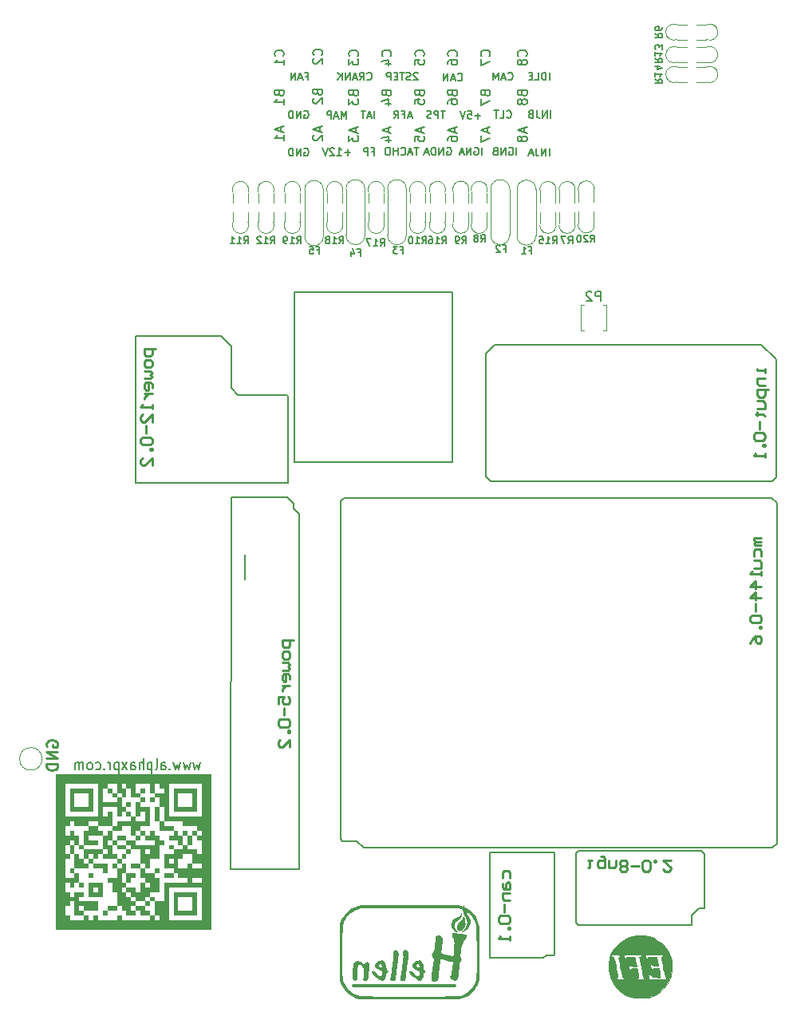
<source format=gbo>
G75*
G70*
%OFA0B0*%
%FSLAX25Y25*%
%IPPOS*%
%LPD*%
%AMOC8*
5,1,8,0,0,1.08239X$1,22.5*
%
%ADD55C,0.00787*%
%ADD61C,0.00472*%
%ADD68C,0.00669*%
%ADD69C,0.00984*%
%ADD70C,0.00500*%
%ADD72C,0.00591*%
%ADD73C,0.00390*%
%ADD74C,0.01000*%
%ADD76C,0.00512*%
%ADD77C,0.00010*%
X0000000Y0000000D02*
%LPD*%
G01*
D69*
X0015551Y0108718D02*
X0015326Y0109168D01*
X0015326Y0109843D01*
X0015551Y0110517D01*
X0016001Y0110967D01*
X0016451Y0111192D01*
X0017351Y0111417D01*
X0018026Y0111417D01*
X0018926Y0111192D01*
X0019376Y0110967D01*
X0019826Y0110517D01*
X0020051Y0109843D01*
X0020051Y0109393D01*
X0019826Y0108718D01*
X0019601Y0108493D01*
X0018026Y0108493D01*
X0018026Y0109393D01*
X0020051Y0106468D02*
X0015326Y0106468D01*
X0020051Y0103768D01*
X0015326Y0103768D01*
X0020051Y0101519D02*
X0015326Y0101519D01*
X0015326Y0100394D01*
X0015551Y0099719D01*
X0016001Y0099269D01*
X0016451Y0099044D01*
X0017351Y0098819D01*
X0018026Y0098819D01*
X0018926Y0099044D01*
X0019376Y0099269D01*
X0019826Y0099719D01*
X0020051Y0100394D01*
X0020051Y0101519D01*
D68*
X0211787Y0355756D02*
X0211787Y0358905D01*
X0208637Y0358755D02*
X0208937Y0358905D01*
X0209387Y0358905D01*
X0209837Y0358755D01*
X0210137Y0358456D01*
X0210287Y0358156D01*
X0210437Y0357556D01*
X0210437Y0357106D01*
X0210287Y0356506D01*
X0210137Y0356206D01*
X0209837Y0355906D01*
X0209387Y0355756D01*
X0209087Y0355756D01*
X0208637Y0355906D01*
X0208487Y0356056D01*
X0208487Y0357106D01*
X0209087Y0357106D01*
X0207137Y0355756D02*
X0207137Y0358905D01*
X0205337Y0355756D01*
X0205337Y0358905D01*
X0202788Y0357406D02*
X0202338Y0357256D01*
X0202188Y0357106D01*
X0202038Y0356806D01*
X0202038Y0356356D01*
X0202188Y0356056D01*
X0202338Y0355906D01*
X0202638Y0355756D01*
X0203838Y0355756D01*
X0203838Y0358905D01*
X0202788Y0358905D01*
X0202488Y0358755D01*
X0202338Y0358605D01*
X0202188Y0358306D01*
X0202188Y0358006D01*
X0202338Y0357706D01*
X0202488Y0357556D01*
X0202788Y0357406D01*
X0203838Y0357406D01*
X0149387Y0387281D02*
X0149537Y0387131D01*
X0149987Y0386981D01*
X0150287Y0386981D01*
X0150737Y0387131D01*
X0151037Y0387431D01*
X0151187Y0387731D01*
X0151337Y0388331D01*
X0151337Y0388781D01*
X0151187Y0389381D01*
X0151037Y0389681D01*
X0150737Y0389981D01*
X0150287Y0390131D01*
X0149987Y0390131D01*
X0149537Y0389981D01*
X0149387Y0389831D01*
X0146237Y0386981D02*
X0147287Y0388481D01*
X0148037Y0386981D02*
X0148037Y0390131D01*
X0146837Y0390131D01*
X0146537Y0389981D01*
X0146387Y0389831D01*
X0146237Y0389531D01*
X0146237Y0389081D01*
X0146387Y0388781D01*
X0146537Y0388631D01*
X0146837Y0388481D01*
X0148037Y0388481D01*
X0145037Y0387881D02*
X0143538Y0387881D01*
X0145337Y0386981D02*
X0144287Y0390131D01*
X0143238Y0386981D01*
X0142188Y0386981D02*
X0142188Y0390131D01*
X0140388Y0386981D01*
X0140388Y0390131D01*
X0138888Y0386981D02*
X0138888Y0390131D01*
X0137088Y0386981D02*
X0138438Y0388781D01*
X0137088Y0390131D02*
X0138888Y0388331D01*
X0225547Y0387118D02*
X0225547Y0390268D01*
X0224048Y0387118D02*
X0224048Y0390268D01*
X0223298Y0390268D01*
X0222848Y0390118D01*
X0222548Y0389818D01*
X0222398Y0389518D01*
X0222248Y0388918D01*
X0222248Y0388468D01*
X0222398Y0387868D01*
X0222548Y0387568D01*
X0222848Y0387268D01*
X0223298Y0387118D01*
X0224048Y0387118D01*
X0219398Y0387118D02*
X0220898Y0387118D01*
X0220898Y0390268D01*
X0218348Y0388768D02*
X0217298Y0388768D01*
X0216848Y0387118D02*
X0218348Y0387118D01*
X0218348Y0390268D01*
X0216848Y0390268D01*
D55*
X0079687Y0102193D02*
X0078937Y0099044D01*
X0078187Y0101294D01*
X0077437Y0099044D01*
X0076687Y0102193D01*
X0075562Y0102193D02*
X0074813Y0099044D01*
X0074063Y0101294D01*
X0073313Y0099044D01*
X0072563Y0102193D01*
X0071438Y0102193D02*
X0070688Y0099044D01*
X0069938Y0101294D01*
X0069188Y0099044D01*
X0068438Y0102193D01*
X0066939Y0099494D02*
X0066751Y0099269D01*
X0066939Y0099044D01*
X0067126Y0099269D01*
X0066939Y0099494D01*
X0066939Y0099044D01*
X0063376Y0099044D02*
X0063376Y0101519D01*
X0063564Y0101969D01*
X0063939Y0102193D01*
X0064689Y0102193D01*
X0065064Y0101969D01*
X0063376Y0099269D02*
X0063751Y0099044D01*
X0064689Y0099044D01*
X0065064Y0099269D01*
X0065251Y0099719D01*
X0065251Y0100169D01*
X0065064Y0100619D01*
X0064689Y0100844D01*
X0063751Y0100844D01*
X0063376Y0101069D01*
X0060939Y0099044D02*
X0061314Y0099269D01*
X0061502Y0099719D01*
X0061502Y0103768D01*
X0059439Y0102193D02*
X0059439Y0097469D01*
X0059439Y0101969D02*
X0059064Y0102193D01*
X0058315Y0102193D01*
X0057940Y0101969D01*
X0057752Y0101744D01*
X0057565Y0101294D01*
X0057565Y0099944D01*
X0057752Y0099494D01*
X0057940Y0099269D01*
X0058315Y0099044D01*
X0059064Y0099044D01*
X0059439Y0099269D01*
X0055877Y0099044D02*
X0055877Y0103768D01*
X0054190Y0099044D02*
X0054190Y0101519D01*
X0054378Y0101969D01*
X0054753Y0102193D01*
X0055315Y0102193D01*
X0055690Y0101969D01*
X0055877Y0101744D01*
X0050628Y0099044D02*
X0050628Y0101519D01*
X0050816Y0101969D01*
X0051190Y0102193D01*
X0051940Y0102193D01*
X0052315Y0101969D01*
X0050628Y0099269D02*
X0051003Y0099044D01*
X0051940Y0099044D01*
X0052315Y0099269D01*
X0052503Y0099719D01*
X0052503Y0100169D01*
X0052315Y0100619D01*
X0051940Y0100844D01*
X0051003Y0100844D01*
X0050628Y0101069D01*
X0049128Y0099044D02*
X0047066Y0102193D01*
X0049128Y0102193D02*
X0047066Y0099044D01*
X0045566Y0102193D02*
X0045566Y0097469D01*
X0045566Y0101969D02*
X0045191Y0102193D01*
X0044441Y0102193D01*
X0044066Y0101969D01*
X0043879Y0101744D01*
X0043691Y0101294D01*
X0043691Y0099944D01*
X0043879Y0099494D01*
X0044066Y0099269D01*
X0044441Y0099044D01*
X0045191Y0099044D01*
X0045566Y0099269D01*
X0042004Y0099044D02*
X0042004Y0102193D01*
X0042004Y0101294D02*
X0041817Y0101744D01*
X0041629Y0101969D01*
X0041254Y0102193D01*
X0040879Y0102193D01*
X0039567Y0099494D02*
X0039379Y0099269D01*
X0039567Y0099044D01*
X0039754Y0099269D01*
X0039567Y0099494D01*
X0039567Y0099044D01*
X0036005Y0099269D02*
X0036380Y0099044D01*
X0037130Y0099044D01*
X0037505Y0099269D01*
X0037692Y0099494D01*
X0037880Y0099944D01*
X0037880Y0101294D01*
X0037692Y0101744D01*
X0037505Y0101969D01*
X0037130Y0102193D01*
X0036380Y0102193D01*
X0036005Y0101969D01*
X0033755Y0099044D02*
X0034130Y0099269D01*
X0034318Y0099494D01*
X0034505Y0099944D01*
X0034505Y0101294D01*
X0034318Y0101744D01*
X0034130Y0101969D01*
X0033755Y0102193D01*
X0033193Y0102193D01*
X0032818Y0101969D01*
X0032630Y0101744D01*
X0032443Y0101294D01*
X0032443Y0099944D01*
X0032630Y0099494D01*
X0032818Y0099269D01*
X0033193Y0099044D01*
X0033755Y0099044D01*
X0030756Y0099044D02*
X0030756Y0102193D01*
X0030756Y0101744D02*
X0030568Y0101969D01*
X0030193Y0102193D01*
X0029631Y0102193D01*
X0029256Y0101969D01*
X0029068Y0101519D01*
X0029068Y0099044D01*
X0029068Y0101519D02*
X0028881Y0101969D01*
X0028506Y0102193D01*
X0027943Y0102193D01*
X0027568Y0101969D01*
X0027381Y0101519D01*
X0027381Y0099044D01*
D68*
X0181978Y0374197D02*
X0180178Y0374197D01*
X0181078Y0371047D02*
X0181078Y0374197D01*
X0179129Y0371047D02*
X0179129Y0374197D01*
X0177929Y0374197D01*
X0177629Y0374047D01*
X0177479Y0373897D01*
X0177329Y0373597D01*
X0177329Y0373147D01*
X0177479Y0372847D01*
X0177629Y0372697D01*
X0177929Y0372547D01*
X0179129Y0372547D01*
X0176129Y0371197D02*
X0175679Y0371047D01*
X0174929Y0371047D01*
X0174629Y0371197D01*
X0174479Y0371347D01*
X0174329Y0371647D01*
X0174329Y0371947D01*
X0174479Y0372247D01*
X0174629Y0372397D01*
X0174929Y0372547D01*
X0175529Y0372697D01*
X0175829Y0372847D01*
X0175979Y0372997D01*
X0176129Y0373297D01*
X0176129Y0373597D01*
X0175979Y0373897D01*
X0175829Y0374047D01*
X0175529Y0374197D01*
X0174779Y0374197D01*
X0174329Y0374047D01*
X0225610Y0355481D02*
X0225610Y0358631D01*
X0224110Y0355481D02*
X0224110Y0358631D01*
X0222310Y0355481D01*
X0222310Y0358631D01*
X0219910Y0358631D02*
X0219910Y0356381D01*
X0220060Y0355931D01*
X0220360Y0355631D01*
X0220810Y0355481D01*
X0221110Y0355481D01*
X0218561Y0356381D02*
X0217061Y0356381D01*
X0218861Y0355481D02*
X0217811Y0358631D01*
X0216761Y0355481D01*
X0187171Y0387006D02*
X0187321Y0386856D01*
X0187771Y0386706D01*
X0188071Y0386706D01*
X0188521Y0386856D01*
X0188821Y0387156D01*
X0188971Y0387456D01*
X0189121Y0388056D01*
X0189121Y0388506D01*
X0188971Y0389106D01*
X0188821Y0389406D01*
X0188521Y0389706D01*
X0188071Y0389856D01*
X0187771Y0389856D01*
X0187321Y0389706D01*
X0187171Y0389556D01*
X0185971Y0387606D02*
X0184472Y0387606D01*
X0186271Y0386706D02*
X0185221Y0389856D01*
X0184172Y0386706D01*
X0183122Y0386706D02*
X0183122Y0389856D01*
X0181322Y0386706D01*
X0181322Y0389856D01*
X0151381Y0357268D02*
X0152431Y0357268D01*
X0152431Y0355618D02*
X0152431Y0358768D01*
X0150931Y0358768D01*
X0149731Y0355618D02*
X0149731Y0358768D01*
X0148532Y0358768D01*
X0148232Y0358618D01*
X0148082Y0358468D01*
X0147932Y0358168D01*
X0147932Y0357718D01*
X0148082Y0357418D01*
X0148232Y0357268D01*
X0148532Y0357118D01*
X0149731Y0357118D01*
X0197413Y0355756D02*
X0197413Y0358905D01*
X0194264Y0358755D02*
X0194564Y0358905D01*
X0195014Y0358905D01*
X0195463Y0358755D01*
X0195763Y0358456D01*
X0195913Y0358156D01*
X0196063Y0357556D01*
X0196063Y0357106D01*
X0195913Y0356506D01*
X0195763Y0356206D01*
X0195463Y0355906D01*
X0195014Y0355756D01*
X0194714Y0355756D01*
X0194264Y0355906D01*
X0194114Y0356056D01*
X0194114Y0357106D01*
X0194714Y0357106D01*
X0192764Y0355756D02*
X0192764Y0358905D01*
X0190964Y0355756D01*
X0190964Y0358905D01*
X0189614Y0356656D02*
X0188114Y0356656D01*
X0189914Y0355756D02*
X0188864Y0358905D01*
X0187814Y0355756D01*
X0207663Y0371484D02*
X0207813Y0371334D01*
X0208263Y0371184D01*
X0208563Y0371184D01*
X0209013Y0371334D01*
X0209313Y0371634D01*
X0209463Y0371934D01*
X0209613Y0372534D01*
X0209613Y0372984D01*
X0209463Y0373584D01*
X0209313Y0373884D01*
X0209013Y0374184D01*
X0208563Y0374334D01*
X0208263Y0374334D01*
X0207813Y0374184D01*
X0207663Y0374034D01*
X0204813Y0371184D02*
X0206313Y0371184D01*
X0206313Y0374334D01*
X0204213Y0374334D02*
X0202413Y0374334D01*
X0203313Y0371184D02*
X0203313Y0374334D01*
X0123123Y0358481D02*
X0123423Y0358631D01*
X0123873Y0358631D01*
X0124323Y0358481D01*
X0124623Y0358181D01*
X0124773Y0357881D01*
X0124923Y0357281D01*
X0124923Y0356831D01*
X0124773Y0356231D01*
X0124623Y0355931D01*
X0124323Y0355631D01*
X0123873Y0355481D01*
X0123573Y0355481D01*
X0123123Y0355631D01*
X0122973Y0355781D01*
X0122973Y0356831D01*
X0123573Y0356831D01*
X0121623Y0355481D02*
X0121623Y0358631D01*
X0119824Y0355481D01*
X0119824Y0358631D01*
X0118324Y0355481D02*
X0118324Y0358631D01*
X0117574Y0358631D01*
X0117124Y0358481D01*
X0116824Y0358181D01*
X0116674Y0357881D01*
X0116524Y0357281D01*
X0116524Y0356831D01*
X0116674Y0356231D01*
X0116824Y0355931D01*
X0117124Y0355631D01*
X0117574Y0355481D01*
X0118324Y0355481D01*
X0123123Y0374140D02*
X0123423Y0374290D01*
X0123873Y0374290D01*
X0124323Y0374140D01*
X0124623Y0373840D01*
X0124773Y0373540D01*
X0124923Y0372940D01*
X0124923Y0372490D01*
X0124773Y0371890D01*
X0124623Y0371590D01*
X0124323Y0371290D01*
X0123873Y0371140D01*
X0123573Y0371140D01*
X0123123Y0371290D01*
X0122973Y0371440D01*
X0122973Y0372490D01*
X0123573Y0372490D01*
X0121623Y0371140D02*
X0121623Y0374290D01*
X0119824Y0371140D01*
X0119824Y0374290D01*
X0118324Y0371140D02*
X0118324Y0374290D01*
X0117574Y0374290D01*
X0117124Y0374140D01*
X0116824Y0373840D01*
X0116674Y0373540D01*
X0116524Y0372940D01*
X0116524Y0372490D01*
X0116674Y0371890D01*
X0116824Y0371590D01*
X0117124Y0371290D01*
X0117574Y0371140D01*
X0118324Y0371140D01*
X0225972Y0371184D02*
X0225972Y0374334D01*
X0224472Y0371184D02*
X0224472Y0374334D01*
X0222672Y0371184D01*
X0222672Y0374334D01*
X0220273Y0374334D02*
X0220273Y0372084D01*
X0220423Y0371634D01*
X0220723Y0371334D01*
X0221173Y0371184D01*
X0221473Y0371184D01*
X0217723Y0372834D02*
X0217273Y0372684D01*
X0217123Y0372534D01*
X0216973Y0372234D01*
X0216973Y0371784D01*
X0217123Y0371484D01*
X0217273Y0371334D01*
X0217573Y0371184D01*
X0218773Y0371184D01*
X0218773Y0374334D01*
X0217723Y0374334D01*
X0217423Y0374184D01*
X0217273Y0374034D01*
X0217123Y0373734D01*
X0217123Y0373434D01*
X0217273Y0373134D01*
X0217423Y0372984D01*
X0217723Y0372834D01*
X0218773Y0372834D01*
X0167942Y0371947D02*
X0166442Y0371947D01*
X0168242Y0371047D02*
X0167192Y0374197D01*
X0166142Y0371047D01*
X0164042Y0372697D02*
X0165092Y0372697D01*
X0165092Y0371047D02*
X0165092Y0374197D01*
X0163592Y0374197D01*
X0160593Y0371047D02*
X0161643Y0372547D01*
X0162393Y0371047D02*
X0162393Y0374197D01*
X0161193Y0374197D01*
X0160893Y0374047D01*
X0160743Y0373897D01*
X0160593Y0373597D01*
X0160593Y0373147D01*
X0160743Y0372847D01*
X0160893Y0372697D01*
X0161193Y0372547D01*
X0162393Y0372547D01*
X0170592Y0389831D02*
X0170442Y0389981D01*
X0170142Y0390131D01*
X0169392Y0390131D01*
X0169092Y0389981D01*
X0168942Y0389831D01*
X0168792Y0389531D01*
X0168792Y0389231D01*
X0168942Y0388781D01*
X0170742Y0386981D01*
X0168792Y0386981D01*
X0167592Y0387131D02*
X0167142Y0386981D01*
X0166392Y0386981D01*
X0166092Y0387131D01*
X0165942Y0387281D01*
X0165792Y0387581D01*
X0165792Y0387881D01*
X0165942Y0388181D01*
X0166092Y0388331D01*
X0166392Y0388481D01*
X0166992Y0388631D01*
X0167292Y0388781D01*
X0167442Y0388931D01*
X0167592Y0389231D01*
X0167592Y0389531D01*
X0167442Y0389831D01*
X0167292Y0389981D01*
X0166992Y0390131D01*
X0166242Y0390131D01*
X0165792Y0389981D01*
X0164893Y0390131D02*
X0163093Y0390131D01*
X0163993Y0386981D02*
X0163993Y0390131D01*
X0162043Y0388631D02*
X0160993Y0388631D01*
X0160543Y0386981D02*
X0162043Y0386981D01*
X0162043Y0390131D01*
X0160543Y0390131D01*
X0159193Y0386981D02*
X0159193Y0390131D01*
X0157993Y0390131D01*
X0157693Y0389981D01*
X0157543Y0389831D01*
X0157393Y0389531D01*
X0157393Y0389081D01*
X0157543Y0388781D01*
X0157693Y0388631D01*
X0157993Y0388481D01*
X0159193Y0388481D01*
X0208200Y0387281D02*
X0208350Y0387131D01*
X0208800Y0386981D01*
X0209100Y0386981D01*
X0209550Y0387131D01*
X0209850Y0387431D01*
X0210000Y0387731D01*
X0210150Y0388331D01*
X0210150Y0388781D01*
X0210000Y0389381D01*
X0209850Y0389681D01*
X0209550Y0389981D01*
X0209100Y0390131D01*
X0208800Y0390131D01*
X0208350Y0389981D01*
X0208200Y0389831D01*
X0207000Y0387881D02*
X0205501Y0387881D01*
X0207300Y0386981D02*
X0206251Y0390131D01*
X0205201Y0386981D01*
X0204151Y0386981D02*
X0204151Y0390131D01*
X0203101Y0387881D01*
X0202051Y0390131D01*
X0202051Y0386981D01*
X0123685Y0388631D02*
X0124735Y0388631D01*
X0124735Y0386981D02*
X0124735Y0390131D01*
X0123235Y0390131D01*
X0122185Y0387881D02*
X0120686Y0387881D01*
X0122485Y0386981D02*
X0121435Y0390131D01*
X0120386Y0386981D01*
X0119336Y0386981D02*
X0119336Y0390131D01*
X0117536Y0386981D01*
X0117536Y0390131D01*
X0182715Y0358755D02*
X0183015Y0358905D01*
X0183465Y0358905D01*
X0183915Y0358755D01*
X0184215Y0358456D01*
X0184365Y0358156D01*
X0184514Y0357556D01*
X0184514Y0357106D01*
X0184365Y0356506D01*
X0184215Y0356206D01*
X0183915Y0355906D01*
X0183465Y0355756D01*
X0183165Y0355756D01*
X0182715Y0355906D01*
X0182565Y0356056D01*
X0182565Y0357106D01*
X0183165Y0357106D01*
X0181215Y0355756D02*
X0181215Y0358905D01*
X0179415Y0355756D01*
X0179415Y0358905D01*
X0177915Y0355756D02*
X0177915Y0358905D01*
X0177165Y0358905D01*
X0176715Y0358755D01*
X0176416Y0358456D01*
X0176266Y0358156D01*
X0176116Y0357556D01*
X0176116Y0357106D01*
X0176266Y0356506D01*
X0176416Y0356206D01*
X0176715Y0355906D01*
X0177165Y0355756D01*
X0177915Y0355756D01*
X0174916Y0356656D02*
X0173416Y0356656D01*
X0175216Y0355756D02*
X0174166Y0358905D01*
X0173116Y0355756D01*
X0196751Y0372110D02*
X0194351Y0372110D01*
X0195551Y0370910D02*
X0195551Y0373309D01*
X0191352Y0374059D02*
X0192851Y0374059D01*
X0193001Y0372559D01*
X0192851Y0372709D01*
X0192551Y0372859D01*
X0191802Y0372859D01*
X0191502Y0372709D01*
X0191352Y0372559D01*
X0191202Y0372260D01*
X0191202Y0371510D01*
X0191352Y0371210D01*
X0191502Y0371060D01*
X0191802Y0370910D01*
X0192551Y0370910D01*
X0192851Y0371060D01*
X0193001Y0371210D01*
X0190302Y0374059D02*
X0189252Y0370910D01*
X0188202Y0374059D01*
X0140632Y0370910D02*
X0140632Y0374059D01*
X0139582Y0371810D01*
X0138532Y0374059D01*
X0138532Y0370910D01*
X0137182Y0371810D02*
X0135683Y0371810D01*
X0137482Y0370910D02*
X0136433Y0374059D01*
X0135383Y0370910D01*
X0134333Y0370910D02*
X0134333Y0374059D01*
X0133133Y0374059D01*
X0132833Y0373909D01*
X0132683Y0373759D01*
X0132533Y0373459D01*
X0132533Y0373009D01*
X0132683Y0372709D01*
X0132833Y0372559D01*
X0133133Y0372410D01*
X0134333Y0372410D01*
X0152394Y0371047D02*
X0152394Y0374197D01*
X0151044Y0371947D02*
X0149544Y0371947D01*
X0151344Y0371047D02*
X0150294Y0374197D01*
X0149244Y0371047D01*
X0148644Y0374197D02*
X0146845Y0374197D01*
X0147745Y0371047D02*
X0147745Y0374197D01*
X0142344Y0356818D02*
X0139944Y0356818D01*
X0141144Y0355618D02*
X0141144Y0358018D01*
X0136795Y0355618D02*
X0138595Y0355618D01*
X0137695Y0355618D02*
X0137695Y0358768D01*
X0137995Y0358318D01*
X0138295Y0358018D01*
X0138595Y0357868D01*
X0135595Y0358468D02*
X0135445Y0358618D01*
X0135145Y0358768D01*
X0134395Y0358768D01*
X0134095Y0358618D01*
X0133945Y0358468D01*
X0133795Y0358168D01*
X0133795Y0357868D01*
X0133945Y0357418D01*
X0135745Y0355618D01*
X0133795Y0355618D01*
X0132895Y0358768D02*
X0131845Y0355618D01*
X0130796Y0358768D01*
X0170842Y0358905D02*
X0169042Y0358905D01*
X0169942Y0355756D02*
X0169942Y0358905D01*
X0168142Y0356656D02*
X0166643Y0356656D01*
X0168442Y0355756D02*
X0167392Y0358905D01*
X0166343Y0355756D01*
X0163493Y0356056D02*
X0163643Y0355906D01*
X0164093Y0355756D01*
X0164393Y0355756D01*
X0164843Y0355906D01*
X0165143Y0356206D01*
X0165293Y0356506D01*
X0165443Y0357106D01*
X0165443Y0357556D01*
X0165293Y0358156D01*
X0165143Y0358456D01*
X0164843Y0358755D01*
X0164393Y0358905D01*
X0164093Y0358905D01*
X0163643Y0358755D01*
X0163493Y0358605D01*
X0162143Y0355756D02*
X0162143Y0358905D01*
X0162143Y0357406D02*
X0160343Y0357406D01*
X0160343Y0355756D02*
X0160343Y0358905D01*
X0158244Y0358905D02*
X0157644Y0358905D01*
X0157344Y0358755D01*
X0157044Y0358456D01*
X0156894Y0357856D01*
X0156894Y0356806D01*
X0157044Y0356206D01*
X0157344Y0355906D01*
X0157644Y0355756D01*
X0158244Y0355756D01*
X0158544Y0355906D01*
X0158844Y0356206D01*
X0158994Y0356806D01*
X0158994Y0357856D01*
X0158844Y0358456D01*
X0158544Y0358755D01*
X0158244Y0358905D01*
D76*
X0196821Y0319429D02*
X0197805Y0320835D01*
X0198508Y0319429D02*
X0198508Y0322382D01*
X0197383Y0322382D01*
X0197102Y0322241D01*
X0196961Y0322101D01*
X0196821Y0321819D01*
X0196821Y0321398D01*
X0196961Y0321116D01*
X0197102Y0320976D01*
X0197383Y0320835D01*
X0198508Y0320835D01*
X0195133Y0321116D02*
X0195415Y0321257D01*
X0195555Y0321398D01*
X0195696Y0321679D01*
X0195696Y0321819D01*
X0195555Y0322101D01*
X0195415Y0322241D01*
X0195133Y0322382D01*
X0194571Y0322382D01*
X0194290Y0322241D01*
X0194149Y0322101D01*
X0194009Y0321819D01*
X0194009Y0321679D01*
X0194149Y0321398D01*
X0194290Y0321257D01*
X0194571Y0321116D01*
X0195133Y0321116D01*
X0195415Y0320976D01*
X0195555Y0320835D01*
X0195696Y0320554D01*
X0195696Y0319992D01*
X0195555Y0319710D01*
X0195415Y0319570D01*
X0195133Y0319429D01*
X0194571Y0319429D01*
X0194290Y0319570D01*
X0194149Y0319710D01*
X0194009Y0319992D01*
X0194009Y0320554D01*
X0194149Y0320835D01*
X0194290Y0320976D01*
X0194571Y0321116D01*
D70*
X0189014Y0318812D02*
X0190014Y0320241D01*
X0190728Y0318812D02*
X0190728Y0321812D01*
X0189585Y0321812D01*
X0189300Y0321669D01*
X0189157Y0321527D01*
X0189014Y0321241D01*
X0189014Y0320812D01*
X0189157Y0320527D01*
X0189300Y0320384D01*
X0189585Y0320241D01*
X0190728Y0320241D01*
X0187585Y0318812D02*
X0187014Y0318812D01*
X0186728Y0318955D01*
X0186585Y0319098D01*
X0186300Y0319527D01*
X0186157Y0320098D01*
X0186157Y0321241D01*
X0186300Y0321527D01*
X0186443Y0321669D01*
X0186728Y0321812D01*
X0187300Y0321812D01*
X0187585Y0321669D01*
X0187728Y0321527D01*
X0187871Y0321241D01*
X0187871Y0320527D01*
X0187728Y0320241D01*
X0187585Y0320098D01*
X0187300Y0319955D01*
X0186728Y0319955D01*
X0186443Y0320098D01*
X0186300Y0320241D01*
X0186157Y0320527D01*
X0145488Y0315175D02*
X0146488Y0315175D01*
X0146488Y0313603D02*
X0146488Y0316603D01*
X0145060Y0316603D01*
X0142631Y0315603D02*
X0142631Y0313603D01*
X0143345Y0316746D02*
X0144060Y0314603D01*
X0142202Y0314603D01*
D68*
X0246835Y0294873D02*
X0246835Y0298810D01*
X0245335Y0298810D01*
X0244960Y0298622D01*
X0244773Y0298435D01*
X0244585Y0298060D01*
X0244585Y0297497D01*
X0244773Y0297122D01*
X0244960Y0296935D01*
X0245335Y0296747D01*
X0246835Y0296747D01*
X0243085Y0298435D02*
X0242898Y0298622D01*
X0242523Y0298810D01*
X0241586Y0298810D01*
X0241211Y0298622D01*
X0241023Y0298435D01*
X0240836Y0298060D01*
X0240836Y0297685D01*
X0241023Y0297122D01*
X0243273Y0294873D01*
X0240836Y0294873D01*
D76*
X0097827Y0318711D02*
X0098812Y0320118D01*
X0099515Y0318711D02*
X0099515Y0321664D01*
X0098390Y0321664D01*
X0098109Y0321524D01*
X0097968Y0321383D01*
X0097827Y0321102D01*
X0097827Y0320680D01*
X0097968Y0320399D01*
X0098109Y0320258D01*
X0098390Y0320118D01*
X0099515Y0320118D01*
X0095015Y0318711D02*
X0096702Y0318711D01*
X0095859Y0318711D02*
X0095859Y0321664D01*
X0096140Y0321242D01*
X0096421Y0320961D01*
X0096702Y0320821D01*
X0092203Y0318711D02*
X0093890Y0318711D01*
X0093047Y0318711D02*
X0093047Y0321664D01*
X0093328Y0321242D01*
X0093609Y0320961D01*
X0093890Y0320821D01*
X0269593Y0406594D02*
X0270999Y0405610D01*
X0269593Y0404907D02*
X0272546Y0404907D01*
X0272546Y0406032D01*
X0272406Y0406313D01*
X0272265Y0406454D01*
X0271984Y0406594D01*
X0271562Y0406594D01*
X0271281Y0406454D01*
X0271140Y0406313D01*
X0270999Y0406032D01*
X0270999Y0404907D01*
X0272546Y0409125D02*
X0272546Y0408563D01*
X0272406Y0408282D01*
X0272265Y0408141D01*
X0271843Y0407860D01*
X0271281Y0407719D01*
X0270156Y0407719D01*
X0269875Y0407860D01*
X0269734Y0408001D01*
X0269593Y0408282D01*
X0269593Y0408844D01*
X0269734Y0409125D01*
X0269875Y0409266D01*
X0270156Y0409407D01*
X0270859Y0409407D01*
X0271140Y0409266D01*
X0271281Y0409125D01*
X0271421Y0408844D01*
X0271421Y0408282D01*
X0271281Y0408001D01*
X0271140Y0407860D01*
X0270859Y0407719D01*
X0154827Y0317711D02*
X0155812Y0319118D01*
X0156515Y0317711D02*
X0156515Y0320664D01*
X0155390Y0320664D01*
X0155109Y0320524D01*
X0154968Y0320383D01*
X0154827Y0320102D01*
X0154827Y0319680D01*
X0154968Y0319399D01*
X0155109Y0319258D01*
X0155390Y0319118D01*
X0156515Y0319118D01*
X0152015Y0317711D02*
X0153702Y0317711D01*
X0152859Y0317711D02*
X0152859Y0320664D01*
X0153140Y0320242D01*
X0153421Y0319961D01*
X0153702Y0319821D01*
X0151031Y0320664D02*
X0149062Y0320664D01*
X0150328Y0317711D01*
X0180638Y0318711D02*
X0181623Y0320118D01*
X0182326Y0318711D02*
X0182326Y0321664D01*
X0181201Y0321664D01*
X0180920Y0321524D01*
X0180779Y0321383D01*
X0180638Y0321102D01*
X0180638Y0320680D01*
X0180779Y0320399D01*
X0180920Y0320258D01*
X0181201Y0320118D01*
X0182326Y0320118D01*
X0177826Y0318711D02*
X0179513Y0318711D01*
X0178670Y0318711D02*
X0178670Y0321664D01*
X0178951Y0321242D01*
X0179232Y0320961D01*
X0179513Y0320821D01*
X0175295Y0321664D02*
X0175858Y0321664D01*
X0176139Y0321524D01*
X0176280Y0321383D01*
X0176561Y0320961D01*
X0176701Y0320399D01*
X0176701Y0319274D01*
X0176561Y0318993D01*
X0176420Y0318852D01*
X0176139Y0318711D01*
X0175576Y0318711D01*
X0175295Y0318852D01*
X0175155Y0318993D01*
X0175014Y0319274D01*
X0175014Y0319977D01*
X0175155Y0320258D01*
X0175295Y0320399D01*
X0175576Y0320539D01*
X0176139Y0320539D01*
X0176420Y0320399D01*
X0176561Y0320258D01*
X0176701Y0319977D01*
D70*
X0172401Y0318722D02*
X0173401Y0320150D01*
X0174115Y0318722D02*
X0174115Y0321722D01*
X0172972Y0321722D01*
X0172687Y0321579D01*
X0172544Y0321436D01*
X0172401Y0321150D01*
X0172401Y0320722D01*
X0172544Y0320436D01*
X0172687Y0320293D01*
X0172972Y0320150D01*
X0174115Y0320150D01*
X0169544Y0318722D02*
X0171258Y0318722D01*
X0170401Y0318722D02*
X0170401Y0321722D01*
X0170687Y0321293D01*
X0170972Y0321007D01*
X0171258Y0320864D01*
X0167687Y0321722D02*
X0167401Y0321722D01*
X0167115Y0321579D01*
X0166972Y0321436D01*
X0166830Y0321150D01*
X0166687Y0320579D01*
X0166687Y0319864D01*
X0166830Y0319293D01*
X0166972Y0319007D01*
X0167115Y0318864D01*
X0167401Y0318722D01*
X0167687Y0318722D01*
X0167972Y0318864D01*
X0168115Y0319007D01*
X0168258Y0319293D01*
X0168401Y0319864D01*
X0168401Y0320579D01*
X0168258Y0321150D01*
X0168115Y0321436D01*
X0167972Y0321579D01*
X0167687Y0321722D01*
X0120039Y0318722D02*
X0121039Y0320150D01*
X0121753Y0318722D02*
X0121753Y0321722D01*
X0120610Y0321722D01*
X0120325Y0321579D01*
X0120182Y0321436D01*
X0120039Y0321150D01*
X0120039Y0320722D01*
X0120182Y0320436D01*
X0120325Y0320293D01*
X0120610Y0320150D01*
X0121753Y0320150D01*
X0117182Y0318722D02*
X0118896Y0318722D01*
X0118039Y0318722D02*
X0118039Y0321722D01*
X0118325Y0321293D01*
X0118610Y0321007D01*
X0118896Y0320864D01*
X0115753Y0318722D02*
X0115182Y0318722D01*
X0114896Y0318864D01*
X0114753Y0319007D01*
X0114467Y0319436D01*
X0114325Y0320007D01*
X0114325Y0321150D01*
X0114467Y0321436D01*
X0114610Y0321579D01*
X0114896Y0321722D01*
X0115467Y0321722D01*
X0115753Y0321579D01*
X0115896Y0321436D01*
X0116039Y0321150D01*
X0116039Y0320436D01*
X0115896Y0320150D01*
X0115753Y0320007D01*
X0115467Y0319864D01*
X0114896Y0319864D01*
X0114610Y0320007D01*
X0114467Y0320150D01*
X0114325Y0320436D01*
X0217126Y0315962D02*
X0218126Y0315962D01*
X0218126Y0314391D02*
X0218126Y0317391D01*
X0216697Y0317391D01*
X0213983Y0314391D02*
X0215697Y0314391D01*
X0214840Y0314391D02*
X0214840Y0317391D01*
X0215126Y0316962D01*
X0215412Y0316677D01*
X0215697Y0316534D01*
D76*
X0269593Y0387472D02*
X0270999Y0386488D01*
X0269593Y0385785D02*
X0272546Y0385785D01*
X0272546Y0386909D01*
X0272406Y0387191D01*
X0272265Y0387331D01*
X0271984Y0387472D01*
X0271562Y0387472D01*
X0271281Y0387331D01*
X0271140Y0387191D01*
X0270999Y0386909D01*
X0270999Y0385785D01*
X0269593Y0390284D02*
X0269593Y0388597D01*
X0269593Y0389440D02*
X0272546Y0389440D01*
X0272124Y0389159D01*
X0271843Y0388878D01*
X0271702Y0388597D01*
X0271562Y0392815D02*
X0269593Y0392815D01*
X0272687Y0392112D02*
X0270578Y0391409D01*
X0270578Y0393237D01*
D70*
X0163402Y0316159D02*
X0164402Y0316159D01*
X0164402Y0314588D02*
X0164402Y0317588D01*
X0162973Y0317588D01*
X0162116Y0317588D02*
X0160259Y0317588D01*
X0161259Y0316445D01*
X0160830Y0316445D01*
X0160544Y0316302D01*
X0160402Y0316159D01*
X0160259Y0315873D01*
X0160259Y0315159D01*
X0160402Y0314873D01*
X0160544Y0314731D01*
X0160830Y0314588D01*
X0161687Y0314588D01*
X0161973Y0314731D01*
X0162116Y0314873D01*
D76*
X0226827Y0318711D02*
X0227812Y0320118D01*
X0228515Y0318711D02*
X0228515Y0321664D01*
X0227390Y0321664D01*
X0227109Y0321524D01*
X0226968Y0321383D01*
X0226827Y0321102D01*
X0226827Y0320680D01*
X0226968Y0320399D01*
X0227109Y0320258D01*
X0227390Y0320118D01*
X0228515Y0320118D01*
X0224015Y0318711D02*
X0225702Y0318711D01*
X0224859Y0318711D02*
X0224859Y0321664D01*
X0225140Y0321242D01*
X0225421Y0320961D01*
X0225702Y0320821D01*
X0221344Y0321664D02*
X0222750Y0321664D01*
X0222890Y0320258D01*
X0222750Y0320399D01*
X0222469Y0320539D01*
X0221765Y0320539D01*
X0221484Y0320399D01*
X0221344Y0320258D01*
X0221203Y0319977D01*
X0221203Y0319274D01*
X0221344Y0318993D01*
X0221484Y0318852D01*
X0221765Y0318711D01*
X0222469Y0318711D01*
X0222750Y0318852D01*
X0222890Y0318993D01*
D70*
X0233429Y0318722D02*
X0234429Y0320150D01*
X0235143Y0318722D02*
X0235143Y0321722D01*
X0234001Y0321722D01*
X0233715Y0321579D01*
X0233572Y0321436D01*
X0233429Y0321150D01*
X0233429Y0320722D01*
X0233572Y0320436D01*
X0233715Y0320293D01*
X0234001Y0320150D01*
X0235143Y0320150D01*
X0232429Y0321722D02*
X0230429Y0321722D01*
X0231715Y0318722D01*
D76*
X0269593Y0396149D02*
X0270999Y0395165D01*
X0269593Y0394462D02*
X0272546Y0394462D01*
X0272546Y0395587D01*
X0272406Y0395868D01*
X0272265Y0396008D01*
X0271984Y0396149D01*
X0271562Y0396149D01*
X0271281Y0396008D01*
X0271140Y0395868D01*
X0270999Y0395587D01*
X0270999Y0394462D01*
X0269593Y0398961D02*
X0269593Y0397274D01*
X0269593Y0398118D02*
X0272546Y0398118D01*
X0272124Y0397836D01*
X0271843Y0397555D01*
X0271702Y0397274D01*
X0272546Y0399945D02*
X0272546Y0401773D01*
X0271421Y0400789D01*
X0271421Y0401211D01*
X0271281Y0401492D01*
X0271140Y0401633D01*
X0270859Y0401773D01*
X0270156Y0401773D01*
X0269875Y0401633D01*
X0269734Y0401492D01*
X0269593Y0401211D01*
X0269593Y0400367D01*
X0269734Y0400086D01*
X0269875Y0399945D01*
X0242622Y0319319D02*
X0243607Y0320725D01*
X0244310Y0319319D02*
X0244310Y0322272D01*
X0243185Y0322272D01*
X0242904Y0322131D01*
X0242763Y0321991D01*
X0242622Y0321710D01*
X0242622Y0321288D01*
X0242763Y0321007D01*
X0242904Y0320866D01*
X0243185Y0320725D01*
X0244310Y0320725D01*
X0241498Y0321991D02*
X0241357Y0322131D01*
X0241076Y0322272D01*
X0240373Y0322272D01*
X0240091Y0322131D01*
X0239951Y0321991D01*
X0239810Y0321710D01*
X0239810Y0321428D01*
X0239951Y0321007D01*
X0241638Y0319319D01*
X0239810Y0319319D01*
X0237982Y0322272D02*
X0237701Y0322272D01*
X0237420Y0322131D01*
X0237279Y0321991D01*
X0237139Y0321710D01*
X0236998Y0321147D01*
X0236998Y0320444D01*
X0237139Y0319882D01*
X0237279Y0319600D01*
X0237420Y0319460D01*
X0237701Y0319319D01*
X0237982Y0319319D01*
X0238264Y0319460D01*
X0238404Y0319600D01*
X0238545Y0319882D01*
X0238685Y0320444D01*
X0238685Y0321147D01*
X0238545Y0321710D01*
X0238404Y0321991D01*
X0238264Y0322131D01*
X0237982Y0322272D01*
D72*
X0159083Y0397109D02*
X0159271Y0397296D01*
X0159458Y0397859D01*
X0159458Y0398234D01*
X0159271Y0398796D01*
X0158896Y0399171D01*
X0158521Y0399359D01*
X0157771Y0399546D01*
X0157208Y0399546D01*
X0156459Y0399359D01*
X0156084Y0399171D01*
X0155709Y0398796D01*
X0155521Y0398234D01*
X0155521Y0397859D01*
X0155709Y0397296D01*
X0155896Y0397109D01*
X0156834Y0393734D02*
X0159458Y0393734D01*
X0155334Y0394672D02*
X0158146Y0395609D01*
X0158146Y0393172D01*
X0184955Y0381511D02*
X0185142Y0380948D01*
X0185330Y0380761D01*
X0185705Y0380573D01*
X0186267Y0380573D01*
X0186642Y0380761D01*
X0186830Y0380948D01*
X0187017Y0381323D01*
X0187017Y0382823D01*
X0183080Y0382823D01*
X0183080Y0381511D01*
X0183268Y0381136D01*
X0183455Y0380948D01*
X0183830Y0380761D01*
X0184205Y0380761D01*
X0184580Y0380948D01*
X0184768Y0381136D01*
X0184955Y0381511D01*
X0184955Y0382823D01*
X0183080Y0377199D02*
X0183080Y0377949D01*
X0183268Y0378324D01*
X0183455Y0378511D01*
X0184018Y0378886D01*
X0184768Y0379074D01*
X0186267Y0379074D01*
X0186642Y0378886D01*
X0186830Y0378699D01*
X0187017Y0378324D01*
X0187017Y0377574D01*
X0186830Y0377199D01*
X0186642Y0377011D01*
X0186267Y0376824D01*
X0185330Y0376824D01*
X0184955Y0377011D01*
X0184768Y0377199D01*
X0184580Y0377574D01*
X0184580Y0378324D01*
X0184768Y0378699D01*
X0184955Y0378886D01*
X0185330Y0379074D01*
X0129593Y0367375D02*
X0129593Y0365500D01*
X0130718Y0367750D02*
X0126781Y0366438D01*
X0130718Y0365125D01*
X0127156Y0364001D02*
X0126969Y0363813D01*
X0126781Y0363438D01*
X0126781Y0362501D01*
X0126969Y0362126D01*
X0127156Y0361938D01*
X0127531Y0361751D01*
X0127906Y0361751D01*
X0128468Y0361938D01*
X0130718Y0364188D01*
X0130718Y0361751D01*
X0199672Y0366981D02*
X0199672Y0365107D01*
X0200797Y0367356D02*
X0196860Y0366044D01*
X0200797Y0364732D01*
X0196860Y0363794D02*
X0196860Y0361170D01*
X0200797Y0362857D01*
X0130343Y0397503D02*
X0130531Y0397690D01*
X0130718Y0398253D01*
X0130718Y0398627D01*
X0130531Y0399190D01*
X0130156Y0399565D01*
X0129781Y0399752D01*
X0129031Y0399940D01*
X0128468Y0399940D01*
X0127718Y0399752D01*
X0127343Y0399565D01*
X0126969Y0399190D01*
X0126781Y0398627D01*
X0126781Y0398253D01*
X0126969Y0397690D01*
X0127156Y0397503D01*
X0127156Y0396003D02*
X0126969Y0395815D01*
X0126781Y0395440D01*
X0126781Y0394503D01*
X0126969Y0394128D01*
X0127156Y0393941D01*
X0127531Y0393753D01*
X0127906Y0393753D01*
X0128468Y0393941D01*
X0130718Y0396190D01*
X0130718Y0393753D01*
X0172113Y0366981D02*
X0172113Y0365107D01*
X0173238Y0367356D02*
X0169301Y0366044D01*
X0173238Y0364732D01*
X0169301Y0361545D02*
X0169301Y0363419D01*
X0171175Y0363607D01*
X0170988Y0363419D01*
X0170801Y0363044D01*
X0170801Y0362107D01*
X0170988Y0361732D01*
X0171175Y0361545D01*
X0171550Y0361357D01*
X0172488Y0361357D01*
X0172863Y0361545D01*
X0173050Y0361732D01*
X0173238Y0362107D01*
X0173238Y0363044D01*
X0173050Y0363419D01*
X0172863Y0363607D01*
X0171175Y0381511D02*
X0171363Y0380948D01*
X0171550Y0380761D01*
X0171925Y0380573D01*
X0172488Y0380573D01*
X0172863Y0380761D01*
X0173050Y0380948D01*
X0173238Y0381323D01*
X0173238Y0382823D01*
X0169301Y0382823D01*
X0169301Y0381511D01*
X0169488Y0381136D01*
X0169676Y0380948D01*
X0170051Y0380761D01*
X0170426Y0380761D01*
X0170801Y0380948D01*
X0170988Y0381136D01*
X0171175Y0381511D01*
X0171175Y0382823D01*
X0169301Y0377011D02*
X0169301Y0378886D01*
X0171175Y0379074D01*
X0170988Y0378886D01*
X0170801Y0378511D01*
X0170801Y0377574D01*
X0170988Y0377199D01*
X0171175Y0377011D01*
X0171550Y0376824D01*
X0172488Y0376824D01*
X0172863Y0377011D01*
X0173050Y0377199D01*
X0173238Y0377574D01*
X0173238Y0378511D01*
X0173050Y0378886D01*
X0172863Y0379074D01*
X0157396Y0381511D02*
X0157583Y0380948D01*
X0157771Y0380761D01*
X0158146Y0380573D01*
X0158708Y0380573D01*
X0159083Y0380761D01*
X0159271Y0380948D01*
X0159458Y0381323D01*
X0159458Y0382823D01*
X0155521Y0382823D01*
X0155521Y0381511D01*
X0155709Y0381136D01*
X0155896Y0380948D01*
X0156271Y0380761D01*
X0156646Y0380761D01*
X0157021Y0380948D01*
X0157208Y0381136D01*
X0157396Y0381511D01*
X0157396Y0382823D01*
X0156834Y0377199D02*
X0159458Y0377199D01*
X0155334Y0378136D02*
X0158146Y0379074D01*
X0158146Y0376636D01*
X0172863Y0397109D02*
X0173050Y0397296D01*
X0173238Y0397859D01*
X0173238Y0398234D01*
X0173050Y0398796D01*
X0172675Y0399171D01*
X0172300Y0399359D01*
X0171550Y0399546D01*
X0170988Y0399546D01*
X0170238Y0399359D01*
X0169863Y0399171D01*
X0169488Y0398796D01*
X0169301Y0398234D01*
X0169301Y0397859D01*
X0169488Y0397296D01*
X0169676Y0397109D01*
X0169301Y0393547D02*
X0169301Y0395422D01*
X0171175Y0395609D01*
X0170988Y0395422D01*
X0170801Y0395047D01*
X0170801Y0394109D01*
X0170988Y0393734D01*
X0171175Y0393547D01*
X0171550Y0393359D01*
X0172488Y0393359D01*
X0172863Y0393547D01*
X0173050Y0393734D01*
X0173238Y0394109D01*
X0173238Y0395047D01*
X0173050Y0395422D01*
X0172863Y0395609D01*
X0185892Y0366981D02*
X0185892Y0365107D01*
X0187017Y0367356D02*
X0183080Y0366044D01*
X0187017Y0364732D01*
X0183080Y0361732D02*
X0183080Y0362482D01*
X0183268Y0362857D01*
X0183455Y0363044D01*
X0184018Y0363419D01*
X0184768Y0363607D01*
X0186267Y0363607D01*
X0186642Y0363419D01*
X0186830Y0363232D01*
X0187017Y0362857D01*
X0187017Y0362107D01*
X0186830Y0361732D01*
X0186642Y0361545D01*
X0186267Y0361357D01*
X0185330Y0361357D01*
X0184955Y0361545D01*
X0184768Y0361732D01*
X0184580Y0362107D01*
X0184580Y0362857D01*
X0184768Y0363232D01*
X0184955Y0363419D01*
X0185330Y0363607D01*
X0214089Y0381511D02*
X0214276Y0380948D01*
X0214464Y0380761D01*
X0214839Y0380573D01*
X0215401Y0380573D01*
X0215776Y0380761D01*
X0215964Y0380948D01*
X0216151Y0381323D01*
X0216151Y0382823D01*
X0212214Y0382823D01*
X0212214Y0381511D01*
X0212402Y0381136D01*
X0212589Y0380948D01*
X0212964Y0380761D01*
X0213339Y0380761D01*
X0213714Y0380948D01*
X0213901Y0381136D01*
X0214089Y0381511D01*
X0214089Y0382823D01*
X0213901Y0378324D02*
X0213714Y0378699D01*
X0213526Y0378886D01*
X0213151Y0379074D01*
X0212964Y0379074D01*
X0212589Y0378886D01*
X0212402Y0378699D01*
X0212214Y0378324D01*
X0212214Y0377574D01*
X0212402Y0377199D01*
X0212589Y0377011D01*
X0212964Y0376824D01*
X0213151Y0376824D01*
X0213526Y0377011D01*
X0213714Y0377199D01*
X0213901Y0377574D01*
X0213901Y0378324D01*
X0214089Y0378699D01*
X0214276Y0378886D01*
X0214651Y0379074D01*
X0215401Y0379074D01*
X0215776Y0378886D01*
X0215964Y0378699D01*
X0216151Y0378324D01*
X0216151Y0377574D01*
X0215964Y0377199D01*
X0215776Y0377011D01*
X0215401Y0376824D01*
X0214651Y0376824D01*
X0214276Y0377011D01*
X0214089Y0377199D01*
X0213901Y0377574D01*
X0200422Y0397109D02*
X0200609Y0397296D01*
X0200797Y0397859D01*
X0200797Y0398234D01*
X0200609Y0398796D01*
X0200234Y0399171D01*
X0199859Y0399359D01*
X0199109Y0399546D01*
X0198547Y0399546D01*
X0197797Y0399359D01*
X0197422Y0399171D01*
X0197047Y0398796D01*
X0196860Y0398234D01*
X0196860Y0397859D01*
X0197047Y0397296D01*
X0197235Y0397109D01*
X0196860Y0395797D02*
X0196860Y0393172D01*
X0200797Y0394859D01*
X0114201Y0397109D02*
X0114389Y0397296D01*
X0114576Y0397859D01*
X0114576Y0398234D01*
X0114389Y0398796D01*
X0114014Y0399171D01*
X0113639Y0399359D01*
X0112889Y0399546D01*
X0112327Y0399546D01*
X0111577Y0399359D01*
X0111202Y0399171D01*
X0110827Y0398796D01*
X0110639Y0398234D01*
X0110639Y0397859D01*
X0110827Y0397296D01*
X0111014Y0397109D01*
X0114576Y0393359D02*
X0114576Y0395609D01*
X0114576Y0394484D02*
X0110639Y0394484D01*
X0111202Y0394859D01*
X0111577Y0395234D01*
X0111764Y0395609D01*
X0198735Y0381511D02*
X0198922Y0380948D01*
X0199109Y0380761D01*
X0199484Y0380573D01*
X0200047Y0380573D01*
X0200422Y0380761D01*
X0200609Y0380948D01*
X0200797Y0381323D01*
X0200797Y0382823D01*
X0196860Y0382823D01*
X0196860Y0381511D01*
X0197047Y0381136D01*
X0197235Y0380948D01*
X0197610Y0380761D01*
X0197985Y0380761D01*
X0198360Y0380948D01*
X0198547Y0381136D01*
X0198735Y0381511D01*
X0198735Y0382823D01*
X0196860Y0379261D02*
X0196860Y0376636D01*
X0200797Y0378324D01*
X0215776Y0397109D02*
X0215964Y0397296D01*
X0216151Y0397859D01*
X0216151Y0398234D01*
X0215964Y0398796D01*
X0215589Y0399171D01*
X0215214Y0399359D01*
X0214464Y0399546D01*
X0213901Y0399546D01*
X0213151Y0399359D01*
X0212777Y0399171D01*
X0212402Y0398796D01*
X0212214Y0398234D01*
X0212214Y0397859D01*
X0212402Y0397296D01*
X0212589Y0397109D01*
X0213901Y0394859D02*
X0213714Y0395234D01*
X0213526Y0395422D01*
X0213151Y0395609D01*
X0212964Y0395609D01*
X0212589Y0395422D01*
X0212402Y0395234D01*
X0212214Y0394859D01*
X0212214Y0394109D01*
X0212402Y0393734D01*
X0212589Y0393547D01*
X0212964Y0393359D01*
X0213151Y0393359D01*
X0213526Y0393547D01*
X0213714Y0393734D01*
X0213901Y0394109D01*
X0213901Y0394859D01*
X0214089Y0395234D01*
X0214276Y0395422D01*
X0214651Y0395609D01*
X0215401Y0395609D01*
X0215776Y0395422D01*
X0215964Y0395234D01*
X0216151Y0394859D01*
X0216151Y0394109D01*
X0215964Y0393734D01*
X0215776Y0393547D01*
X0215401Y0393359D01*
X0214651Y0393359D01*
X0214276Y0393547D01*
X0214089Y0393734D01*
X0213901Y0394109D01*
X0113451Y0367375D02*
X0113451Y0365500D01*
X0114576Y0367750D02*
X0110639Y0366438D01*
X0114576Y0365125D01*
X0114576Y0361751D02*
X0114576Y0364001D01*
X0114576Y0362876D02*
X0110639Y0362876D01*
X0111202Y0363251D01*
X0111577Y0363626D01*
X0111764Y0364001D01*
X0143616Y0381511D02*
X0143804Y0380948D01*
X0143991Y0380761D01*
X0144366Y0380573D01*
X0144929Y0380573D01*
X0145304Y0380761D01*
X0145491Y0380948D01*
X0145679Y0381323D01*
X0145679Y0382823D01*
X0141742Y0382823D01*
X0141742Y0381511D01*
X0141929Y0381136D01*
X0142117Y0380948D01*
X0142492Y0380761D01*
X0142867Y0380761D01*
X0143241Y0380948D01*
X0143429Y0381136D01*
X0143616Y0381511D01*
X0143616Y0382823D01*
X0141742Y0379261D02*
X0141742Y0376824D01*
X0143241Y0378136D01*
X0143241Y0377574D01*
X0143429Y0377199D01*
X0143616Y0377011D01*
X0143991Y0376824D01*
X0144929Y0376824D01*
X0145304Y0377011D01*
X0145491Y0377199D01*
X0145679Y0377574D01*
X0145679Y0378699D01*
X0145491Y0379074D01*
X0145304Y0379261D01*
X0144554Y0366981D02*
X0144554Y0365107D01*
X0145679Y0367356D02*
X0141742Y0366044D01*
X0145679Y0364732D01*
X0141742Y0363794D02*
X0141742Y0361357D01*
X0143241Y0362669D01*
X0143241Y0362107D01*
X0143429Y0361732D01*
X0143616Y0361545D01*
X0143991Y0361357D01*
X0144929Y0361357D01*
X0145304Y0361545D01*
X0145491Y0361732D01*
X0145679Y0362107D01*
X0145679Y0363232D01*
X0145491Y0363607D01*
X0145304Y0363794D01*
X0145304Y0397109D02*
X0145491Y0397296D01*
X0145679Y0397859D01*
X0145679Y0398234D01*
X0145491Y0398796D01*
X0145116Y0399171D01*
X0144741Y0399359D01*
X0143991Y0399546D01*
X0143429Y0399546D01*
X0142679Y0399359D01*
X0142304Y0399171D01*
X0141929Y0398796D01*
X0141742Y0398234D01*
X0141742Y0397859D01*
X0141929Y0397296D01*
X0142117Y0397109D01*
X0141742Y0395797D02*
X0141742Y0393359D01*
X0143241Y0394672D01*
X0143241Y0394109D01*
X0143429Y0393734D01*
X0143616Y0393547D01*
X0143991Y0393359D01*
X0144929Y0393359D01*
X0145304Y0393547D01*
X0145491Y0393734D01*
X0145679Y0394109D01*
X0145679Y0395234D01*
X0145491Y0395609D01*
X0145304Y0395797D01*
X0128656Y0381905D02*
X0128843Y0381342D01*
X0129031Y0381155D01*
X0129406Y0380967D01*
X0129968Y0380967D01*
X0130343Y0381155D01*
X0130531Y0381342D01*
X0130718Y0381717D01*
X0130718Y0383217D01*
X0126781Y0383217D01*
X0126781Y0381905D01*
X0126969Y0381530D01*
X0127156Y0381342D01*
X0127531Y0381155D01*
X0127906Y0381155D01*
X0128281Y0381342D01*
X0128468Y0381530D01*
X0128656Y0381905D01*
X0128656Y0383217D01*
X0127156Y0379467D02*
X0126969Y0379280D01*
X0126781Y0378905D01*
X0126781Y0377968D01*
X0126969Y0377593D01*
X0127156Y0377405D01*
X0127531Y0377218D01*
X0127906Y0377218D01*
X0128468Y0377405D01*
X0130718Y0379655D01*
X0130718Y0377218D01*
X0215026Y0366981D02*
X0215026Y0365107D01*
X0216151Y0367356D02*
X0212214Y0366044D01*
X0216151Y0364732D01*
X0213901Y0362857D02*
X0213714Y0363232D01*
X0213526Y0363419D01*
X0213151Y0363607D01*
X0212964Y0363607D01*
X0212589Y0363419D01*
X0212402Y0363232D01*
X0212214Y0362857D01*
X0212214Y0362107D01*
X0212402Y0361732D01*
X0212589Y0361545D01*
X0212964Y0361357D01*
X0213151Y0361357D01*
X0213526Y0361545D01*
X0213714Y0361732D01*
X0213901Y0362107D01*
X0213901Y0362857D01*
X0214089Y0363232D01*
X0214276Y0363419D01*
X0214651Y0363607D01*
X0215401Y0363607D01*
X0215776Y0363419D01*
X0215964Y0363232D01*
X0216151Y0362857D01*
X0216151Y0362107D01*
X0215964Y0361732D01*
X0215776Y0361545D01*
X0215401Y0361357D01*
X0214651Y0361357D01*
X0214276Y0361545D01*
X0214089Y0361732D01*
X0213901Y0362107D01*
X0158333Y0366981D02*
X0158333Y0365107D01*
X0159458Y0367356D02*
X0155521Y0366044D01*
X0159458Y0364732D01*
X0156834Y0361732D02*
X0159458Y0361732D01*
X0155334Y0362669D02*
X0158146Y0363607D01*
X0158146Y0361170D01*
X0112514Y0381511D02*
X0112702Y0380948D01*
X0112889Y0380761D01*
X0113264Y0380573D01*
X0113826Y0380573D01*
X0114201Y0380761D01*
X0114389Y0380948D01*
X0114576Y0381323D01*
X0114576Y0382823D01*
X0110639Y0382823D01*
X0110639Y0381511D01*
X0110827Y0381136D01*
X0111014Y0380948D01*
X0111389Y0380761D01*
X0111764Y0380761D01*
X0112139Y0380948D01*
X0112327Y0381136D01*
X0112514Y0381511D01*
X0112514Y0382823D01*
X0114576Y0376824D02*
X0114576Y0379074D01*
X0114576Y0377949D02*
X0110639Y0377949D01*
X0111202Y0378324D01*
X0111577Y0378699D01*
X0111764Y0379074D01*
X0186642Y0397109D02*
X0186830Y0397296D01*
X0187017Y0397859D01*
X0187017Y0398234D01*
X0186830Y0398796D01*
X0186455Y0399171D01*
X0186080Y0399359D01*
X0185330Y0399546D01*
X0184768Y0399546D01*
X0184018Y0399359D01*
X0183643Y0399171D01*
X0183268Y0398796D01*
X0183080Y0398234D01*
X0183080Y0397859D01*
X0183268Y0397296D01*
X0183455Y0397109D01*
X0183080Y0393734D02*
X0183080Y0394484D01*
X0183268Y0394859D01*
X0183455Y0395047D01*
X0184018Y0395422D01*
X0184768Y0395609D01*
X0186267Y0395609D01*
X0186642Y0395422D01*
X0186830Y0395234D01*
X0187017Y0394859D01*
X0187017Y0394109D01*
X0186830Y0393734D01*
X0186642Y0393547D01*
X0186267Y0393359D01*
X0185330Y0393359D01*
X0184955Y0393547D01*
X0184768Y0393734D01*
X0184580Y0394109D01*
X0184580Y0394859D01*
X0184768Y0395234D01*
X0184955Y0395422D01*
X0185330Y0395609D01*
D76*
X0108985Y0318711D02*
X0109969Y0320118D01*
X0110672Y0318711D02*
X0110672Y0321664D01*
X0109547Y0321664D01*
X0109266Y0321524D01*
X0109125Y0321383D01*
X0108985Y0321102D01*
X0108985Y0320680D01*
X0109125Y0320399D01*
X0109266Y0320258D01*
X0109547Y0320118D01*
X0110672Y0320118D01*
X0106173Y0318711D02*
X0107860Y0318711D01*
X0107016Y0318711D02*
X0107016Y0321664D01*
X0107298Y0321242D01*
X0107579Y0320961D01*
X0107860Y0320821D01*
X0105048Y0321383D02*
X0104907Y0321524D01*
X0104626Y0321664D01*
X0103923Y0321664D01*
X0103642Y0321524D01*
X0103501Y0321383D01*
X0103361Y0321102D01*
X0103361Y0320821D01*
X0103501Y0320399D01*
X0105188Y0318711D01*
X0103361Y0318711D01*
X0137725Y0318711D02*
X0138709Y0320118D01*
X0139412Y0318711D02*
X0139412Y0321664D01*
X0138287Y0321664D01*
X0138006Y0321524D01*
X0137866Y0321383D01*
X0137725Y0321102D01*
X0137725Y0320680D01*
X0137866Y0320399D01*
X0138006Y0320258D01*
X0138287Y0320118D01*
X0139412Y0320118D01*
X0134913Y0318711D02*
X0136600Y0318711D01*
X0135756Y0318711D02*
X0135756Y0321664D01*
X0136038Y0321242D01*
X0136319Y0320961D01*
X0136600Y0320821D01*
X0133226Y0320399D02*
X0133507Y0320539D01*
X0133647Y0320680D01*
X0133788Y0320961D01*
X0133788Y0321102D01*
X0133647Y0321383D01*
X0133507Y0321524D01*
X0133226Y0321664D01*
X0132663Y0321664D01*
X0132382Y0321524D01*
X0132241Y0321383D01*
X0132101Y0321102D01*
X0132101Y0320961D01*
X0132241Y0320680D01*
X0132382Y0320539D01*
X0132663Y0320399D01*
X0133226Y0320399D01*
X0133507Y0320258D01*
X0133647Y0320118D01*
X0133788Y0319836D01*
X0133788Y0319274D01*
X0133647Y0318993D01*
X0133507Y0318852D01*
X0133226Y0318711D01*
X0132663Y0318711D01*
X0132382Y0318852D01*
X0132241Y0318993D01*
X0132101Y0319274D01*
X0132101Y0319836D01*
X0132241Y0320118D01*
X0132382Y0320258D01*
X0132663Y0320399D01*
D70*
X0128362Y0316159D02*
X0129362Y0316159D01*
X0129362Y0314588D02*
X0129362Y0317588D01*
X0127934Y0317588D01*
X0125362Y0317588D02*
X0126791Y0317588D01*
X0126934Y0316159D01*
X0126791Y0316302D01*
X0126505Y0316445D01*
X0125791Y0316445D01*
X0125505Y0316302D01*
X0125362Y0316159D01*
X0125219Y0315873D01*
X0125219Y0315159D01*
X0125362Y0314873D01*
X0125505Y0314731D01*
X0125791Y0314588D01*
X0126505Y0314588D01*
X0126791Y0314731D01*
X0126934Y0314873D01*
X0206323Y0316553D02*
X0207323Y0316553D01*
X0207323Y0314981D02*
X0207323Y0317981D01*
X0205894Y0317981D01*
X0204894Y0317696D02*
X0204751Y0317839D01*
X0204466Y0317981D01*
X0203751Y0317981D01*
X0203466Y0317839D01*
X0203323Y0317696D01*
X0203180Y0317410D01*
X0203180Y0317124D01*
X0203323Y0316696D01*
X0205037Y0314981D01*
X0203180Y0314981D01*
D55*
X0288977Y0065138D02*
X0290401Y0063714D01*
X0237553Y0065138D02*
X0236569Y0064154D01*
X0237553Y0065138D02*
X0288977Y0065138D01*
X0290401Y0063714D02*
X0290401Y0041122D01*
X0285091Y0038170D02*
X0285091Y0034233D01*
X0237552Y0034233D02*
X0285091Y0034233D01*
X0288044Y0041122D02*
X0285091Y0038170D01*
X0236569Y0035215D02*
X0237552Y0034233D01*
X0236569Y0064154D02*
X0236569Y0035215D01*
X0288044Y0041122D02*
X0290401Y0041122D01*
D73*
X0199356Y0335864D02*
X0199356Y0339864D01*
X0193057Y0339864D02*
X0193057Y0335864D01*
X0199356Y0327864D02*
X0199356Y0331864D01*
X0193057Y0331864D02*
X0193057Y0327864D01*
D61*
X0193057Y0327664D02*
G75*
G03*
X0199362Y0327648I0003150J-001299D01*
G01*
X0199370Y0340099D02*
G75*
G03*
X0193057Y0340065I-003163J0001265D01*
G01*
D73*
X0191664Y0327949D02*
X0191664Y0331949D01*
X0185364Y0339949D02*
X0185364Y0335949D01*
X0185364Y0331949D02*
X0185364Y0327949D01*
X0191664Y0335949D02*
X0191664Y0339949D01*
D61*
X0191677Y0340184D02*
G75*
G03*
X0185364Y0340150I-003163J0001265D01*
G01*
X0185364Y0327748D02*
G75*
G03*
X0191670Y0327732I0003150J-001299D01*
G01*
X0148425Y0322441D02*
X0148425Y0341535D01*
X0140551Y0322441D02*
X0140551Y0341535D01*
X0140551Y0322244D02*
G75*
G03*
X0148425Y0322244I0003937J0000000D01*
G01*
X0148425Y0341535D02*
G75*
G03*
X0140551Y0341535I-003937J0000000D01*
G01*
D55*
X0314075Y0276495D02*
X0202539Y0276495D01*
X0200886Y0219507D02*
X0198917Y0221475D01*
X0320177Y0270392D02*
X0320177Y0221081D01*
X0318602Y0219507D02*
X0200886Y0219507D01*
X0320177Y0270392D02*
X0314075Y0276495D01*
X0320177Y0221081D02*
X0318602Y0219507D01*
X0198917Y0272853D02*
X0198917Y0221475D01*
X0202559Y0276495D02*
X0198917Y0272853D01*
D61*
X0247962Y0293031D02*
X0249165Y0293031D01*
X0239896Y0282559D02*
X0238693Y0282559D01*
X0239852Y0293031D02*
X0238693Y0293031D01*
X0248006Y0282559D02*
X0249165Y0282559D01*
X0238693Y0282559D02*
X0238693Y0293031D01*
X0249165Y0293031D02*
X0249165Y0282559D01*
D73*
X0099606Y0335858D02*
X0099606Y0339858D01*
X0093307Y0339858D02*
X0093307Y0335858D01*
X0093307Y0331858D02*
X0093307Y0327858D01*
X0099606Y0327858D02*
X0099606Y0331858D01*
D61*
X0093307Y0327657D02*
G75*
G03*
X0099613Y0327642I0003150J-001299D01*
G01*
X0099620Y0340093D02*
G75*
G03*
X0093307Y0340059I-003163J0001265D01*
G01*
D73*
X0279039Y0403937D02*
X0283039Y0403937D01*
X0283039Y0410236D02*
X0279039Y0410236D01*
X0291039Y0410236D02*
X0287039Y0410236D01*
X0287039Y0403937D02*
X0291039Y0403937D01*
D61*
X0291240Y0403937D02*
G75*
G03*
X0291256Y0410243I0001299J0003150D01*
G01*
X0278805Y0410250D02*
G75*
G03*
X0278839Y0403937I-001265J-003163D01*
G01*
D73*
X0156299Y0335858D02*
X0156299Y0339858D01*
X0150000Y0331858D02*
X0150000Y0327858D01*
X0150000Y0339858D02*
X0150000Y0335858D01*
X0156299Y0327858D02*
X0156299Y0331858D01*
D61*
X0156313Y0340093D02*
G75*
G03*
X0150000Y0340059I-003163J0001265D01*
G01*
X0150000Y0327657D02*
G75*
G03*
X0156306Y0327642I0003150J-001299D01*
G01*
D73*
X0175591Y0331858D02*
X0175591Y0327858D01*
X0175591Y0339858D02*
X0175591Y0335858D01*
X0181890Y0335858D02*
X0181890Y0339858D01*
X0181890Y0327858D02*
X0181890Y0331858D01*
D61*
X0175591Y0327657D02*
G75*
G03*
X0181896Y0327642I0003150J-001299D01*
G01*
X0181904Y0340093D02*
G75*
G03*
X0175591Y0340059I-003163J0001265D01*
G01*
D55*
X0227656Y0064419D02*
X0200518Y0064419D01*
X0200671Y0020423D02*
X0200518Y0064419D01*
X0227434Y0021506D02*
X0224186Y0021506D01*
X0223104Y0020423D02*
X0224186Y0021506D01*
X0223104Y0020423D02*
X0200671Y0020423D01*
X0227434Y0021506D02*
X0227631Y0021727D01*
X0227631Y0021727D02*
X0227631Y0064419D01*
X0088252Y0280070D02*
X0052524Y0280070D01*
X0095437Y0255563D02*
X0092484Y0258515D01*
X0092484Y0275838D02*
X0088252Y0280070D01*
X0116205Y0255070D02*
X0115713Y0255563D01*
X0115713Y0255563D02*
X0095437Y0255563D01*
X0116205Y0218948D02*
X0052524Y0218948D01*
X0116205Y0255070D02*
X0116205Y0218948D01*
X0052524Y0280070D02*
X0052524Y0218948D01*
X0092484Y0275838D02*
X0092484Y0258515D01*
X0185039Y0227362D02*
X0119094Y0227362D01*
X0119094Y0227362D02*
X0119094Y0298425D01*
X0119094Y0298425D02*
X0185039Y0298425D01*
X0185039Y0298425D02*
X0185039Y0227362D01*
D73*
X0173622Y0327858D02*
X0173622Y0331858D01*
X0167323Y0339858D02*
X0167323Y0335858D01*
X0173622Y0335858D02*
X0173622Y0339858D01*
X0167323Y0331858D02*
X0167323Y0327858D01*
D61*
X0173636Y0340093D02*
G75*
G03*
X0167323Y0340059I-003163J0001265D01*
G01*
X0167323Y0327657D02*
G75*
G03*
X0173628Y0327642I0003150J-001299D01*
G01*
D73*
X0114961Y0331858D02*
X0114961Y0327858D01*
X0121260Y0335858D02*
X0121260Y0339858D01*
X0121260Y0327858D02*
X0121260Y0331858D01*
X0114961Y0339858D02*
X0114961Y0335858D01*
D61*
X0114961Y0327657D02*
G75*
G03*
X0121266Y0327642I0003150J-001299D01*
G01*
X0121274Y0340093D02*
G75*
G03*
X0114961Y0340059I-003163J0001265D01*
G01*
X0211992Y0322244D02*
X0211992Y0341339D01*
X0219866Y0322244D02*
X0219866Y0341339D01*
X0211992Y0322047D02*
G75*
G03*
X0219866Y0322047I0003937J0000000D01*
G01*
X0219866Y0341339D02*
G75*
G03*
X0211992Y0341339I-003937J0000000D01*
G01*
D73*
X0291039Y0392520D02*
X0287039Y0392520D01*
X0287039Y0386220D02*
X0291039Y0386220D01*
X0283039Y0392520D02*
X0279039Y0392520D01*
X0279039Y0386220D02*
X0283039Y0386220D01*
D61*
X0278839Y0392520D02*
G75*
G03*
X0278823Y0386214I-001299J-003150D01*
G01*
X0291274Y0386207D02*
G75*
G03*
X0291240Y0392520I0001265J0003163D01*
G01*
X0157874Y0322441D02*
X0157874Y0341535D01*
X0165748Y0322441D02*
X0165748Y0341535D01*
X0157874Y0322244D02*
G75*
G03*
X0165748Y0322244I0003937J0000000D01*
G01*
X0165748Y0341535D02*
G75*
G03*
X0157874Y0341535I-003937J0000000D01*
G01*
D55*
X0318380Y0212609D02*
X0139589Y0212609D01*
X0318700Y0066353D02*
X0147884Y0066353D01*
X0138241Y0069991D02*
X0138241Y0211261D01*
X0139124Y0069109D02*
X0138241Y0069991D01*
X0147884Y0066353D02*
X0145128Y0069109D01*
X0145128Y0069109D02*
X0139124Y0069109D01*
X0139589Y0212609D02*
X0138241Y0211261D01*
X0320620Y0068273D02*
X0318700Y0066353D01*
X0320620Y0068273D02*
X0320620Y0210368D01*
X0320620Y0210368D02*
X0318380Y0212609D01*
D73*
X0228079Y0335858D02*
X0228079Y0339858D01*
X0221780Y0331858D02*
X0221780Y0327858D01*
X0221780Y0339858D02*
X0221780Y0335858D01*
X0228079Y0327858D02*
X0228079Y0331858D01*
D61*
X0221780Y0327657D02*
G75*
G03*
X0228085Y0327642I0003150J-001299D01*
G01*
X0228092Y0340093D02*
G75*
G03*
X0221780Y0340059I-003163J0001265D01*
G01*
D73*
X0229780Y0339858D02*
X0229780Y0335858D01*
X0229780Y0331858D02*
X0229780Y0327858D01*
X0236079Y0327858D02*
X0236079Y0331858D01*
X0236079Y0335858D02*
X0236079Y0339858D01*
D61*
X0236092Y0340093D02*
G75*
G03*
X0229780Y0340059I-003163J0001265D01*
G01*
X0229780Y0327657D02*
G75*
G03*
X0236085Y0327642I0003150J-001299D01*
G01*
D73*
X0279039Y0394488D02*
X0283039Y0394488D01*
X0283039Y0400787D02*
X0279039Y0400787D01*
X0291039Y0400787D02*
X0287039Y0400787D01*
X0287039Y0394488D02*
X0291039Y0394488D01*
D61*
X0291240Y0394488D02*
G75*
G03*
X0291256Y0400794I0001299J0003150D01*
G01*
X0278805Y0400801D02*
G75*
G03*
X0278839Y0394488I-001265J-003163D01*
G01*
D73*
X0237780Y0340047D02*
X0237780Y0336047D01*
X0244079Y0336047D02*
X0244079Y0340047D01*
X0244079Y0328047D02*
X0244079Y0332047D01*
X0237780Y0332047D02*
X0237780Y0328047D01*
D61*
X0237780Y0327846D02*
G75*
G03*
X0244085Y0327831I0003150J-001299D01*
G01*
X0244092Y0340282D02*
G75*
G03*
X0237780Y0340248I-003163J0001265D01*
G01*
D55*
X0120915Y0205659D02*
X0118553Y0208022D01*
X0118553Y0210089D02*
X0115994Y0212648D01*
X0120915Y0057431D02*
X0092373Y0057431D01*
X0118553Y0208022D02*
X0118553Y0210089D01*
X0092373Y0057431D02*
X0092666Y0212648D01*
X0120915Y0057431D02*
X0120915Y0205659D01*
X0115994Y0212648D02*
X0092666Y0212648D01*
X0098376Y0178593D02*
X0098376Y0188927D01*
D73*
X0103937Y0339858D02*
X0103937Y0335858D01*
X0110236Y0327858D02*
X0110236Y0331858D01*
X0103937Y0331858D02*
X0103937Y0327858D01*
X0110236Y0335858D02*
X0110236Y0339858D01*
D61*
X0103937Y0327657D02*
G75*
G03*
X0110243Y0327642I0003150J-001299D01*
G01*
X0110250Y0340093D02*
G75*
G03*
X0103937Y0340059I-003163J0001265D01*
G01*
D73*
X0138976Y0335858D02*
X0138976Y0339858D01*
X0132677Y0339858D02*
X0132677Y0335858D01*
X0138976Y0327858D02*
X0138976Y0331858D01*
X0132677Y0331858D02*
X0132677Y0327858D01*
D61*
X0138990Y0340093D02*
G75*
G03*
X0132677Y0340059I-003163J0001265D01*
G01*
X0132677Y0327657D02*
G75*
G03*
X0138983Y0327642I0003150J-001299D01*
G01*
X0123228Y0322047D02*
X0123228Y0341142D01*
X0131102Y0322047D02*
X0131102Y0341142D01*
X0123228Y0321850D02*
G75*
G03*
X0131102Y0321850I0003937J0000000D01*
G01*
X0131102Y0341142D02*
G75*
G03*
X0123228Y0341142I-003937J0000000D01*
G01*
X0208866Y0322441D02*
X0208866Y0341535D01*
X0200992Y0322441D02*
X0200992Y0341535D01*
X0208866Y0341535D02*
G75*
G03*
X0200992Y0341535I-003937J0000000D01*
G01*
X0200992Y0322244D02*
G75*
G03*
X0208866Y0322244I0003937J0000000D01*
G01*
D77*
X0250186Y0018095D02*
X0250196Y0015355D01*
X0250196Y0015355D02*
X0250806Y0012635D01*
X0250806Y0012635D02*
X0251986Y0010065D01*
X0251986Y0010065D02*
X0253676Y0007795D01*
X0253676Y0007795D02*
X0254276Y0007175D01*
X0254276Y0007175D02*
X0256296Y0005535D01*
X0256296Y0005535D02*
X0258366Y0004445D01*
X0258366Y0004445D02*
X0260676Y0003835D01*
X0260676Y0003835D02*
X0262886Y0003645D01*
X0262886Y0003645D02*
X0265226Y0003665D01*
X0265226Y0003665D02*
X0267036Y0003935D01*
X0267036Y0003935D02*
X0267546Y0004075D01*
X0267546Y0004075D02*
X0270216Y0005265D01*
X0270216Y0005265D02*
X0272526Y0007015D01*
X0272526Y0007015D02*
X0274486Y0009325D01*
X0274486Y0009325D02*
X0275626Y0011235D01*
X0275626Y0011235D02*
X0276046Y0012095D01*
X0276046Y0012095D02*
X0276316Y0012875D01*
X0276316Y0012875D02*
X0276466Y0013745D01*
X0276466Y0013745D02*
X0276536Y0014885D01*
X0276536Y0014885D02*
X0276556Y0016495D01*
X0276556Y0016495D02*
X0276556Y0016705D01*
X0276556Y0016705D02*
X0276536Y0018375D01*
X0276536Y0018375D02*
X0276476Y0019575D01*
X0276476Y0019575D02*
X0276326Y0020485D01*
X0276326Y0020485D02*
X0276066Y0021305D01*
X0276066Y0021305D02*
X0275656Y0022215D01*
X0275656Y0022215D02*
X0275596Y0022315D01*
X0275596Y0022315D02*
X0274286Y0024395D01*
X0274286Y0024395D02*
X0272506Y0026355D01*
X0272506Y0026355D02*
X0270466Y0027975D01*
X0270466Y0027975D02*
X0269196Y0028715D01*
X0269196Y0028715D02*
X0268256Y0029145D01*
X0268256Y0029145D02*
X0267446Y0029435D01*
X0267446Y0029435D02*
X0266556Y0029595D01*
X0266556Y0029595D02*
X0265416Y0029675D01*
X0265416Y0029675D02*
X0263816Y0029695D01*
X0263816Y0029695D02*
X0263546Y0029695D01*
X0263546Y0029695D02*
X0261896Y0029685D01*
X0261896Y0029685D02*
X0260706Y0029625D01*
X0260706Y0029625D02*
X0259806Y0029485D01*
X0259806Y0029485D02*
X0258986Y0029225D01*
X0258986Y0029225D02*
X0258056Y0028805D01*
X0258056Y0028805D02*
X0257716Y0028635D01*
X0257716Y0028635D02*
X0255606Y0027305D01*
X0255606Y0027305D02*
X0253626Y0025545D01*
X0253626Y0025545D02*
X0252016Y0023555D01*
X0252016Y0023555D02*
X0251746Y0023115D01*
X0251746Y0023115D02*
X0250996Y0021865D01*
X0250996Y0021865D02*
X0252996Y0021865D01*
X0252996Y0021865D02*
X0254226Y0021815D01*
X0254226Y0021815D02*
X0254926Y0021635D01*
X0254926Y0021635D02*
X0255176Y0021375D01*
X0255176Y0021375D02*
X0255116Y0020945D01*
X0255116Y0020945D02*
X0254836Y0020875D01*
X0254836Y0020875D02*
X0254476Y0020705D01*
X0254476Y0020705D02*
X0254466Y0020105D01*
X0254466Y0020105D02*
X0254496Y0019955D01*
X0254496Y0019955D02*
X0254636Y0019235D01*
X0254636Y0019235D02*
X0254846Y0018055D01*
X0254846Y0018055D02*
X0255116Y0016605D01*
X0255116Y0016605D02*
X0255266Y0015735D01*
X0255266Y0015735D02*
X0255576Y0014155D01*
X0255576Y0014155D02*
X0255846Y0013125D01*
X0255846Y0013125D02*
X0256116Y0012535D01*
X0256116Y0012535D02*
X0256416Y0012295D01*
X0256416Y0012295D02*
X0256456Y0012285D01*
X0256456Y0012285D02*
X0256506Y0012265D01*
X0256506Y0012265D02*
X0256506Y0021865D01*
X0256506Y0021865D02*
X0260276Y0021865D01*
X0260276Y0021865D02*
X0261946Y0021855D01*
X0261946Y0021855D02*
X0263056Y0021805D01*
X0263056Y0021805D02*
X0263706Y0021705D01*
X0263706Y0021705D02*
X0263996Y0021545D01*
X0263996Y0021545D02*
X0264056Y0021365D01*
X0264056Y0021365D02*
X0263786Y0020925D01*
X0263786Y0020925D02*
X0263556Y0020865D01*
X0263556Y0020865D02*
X0263326Y0020885D01*
X0263326Y0020885D02*
X0263176Y0020855D01*
X0263176Y0020855D02*
X0263116Y0020685D01*
X0263116Y0020685D02*
X0263146Y0020275D01*
X0263146Y0020275D02*
X0263286Y0019505D01*
X0263286Y0019505D02*
X0263526Y0018295D01*
X0263526Y0018295D02*
X0263886Y0016535D01*
X0263886Y0016535D02*
X0264206Y0014975D01*
X0264206Y0014975D02*
X0264466Y0013665D01*
X0264466Y0013665D02*
X0264646Y0012745D01*
X0264646Y0012745D02*
X0264716Y0012335D01*
X0264716Y0012335D02*
X0264716Y0012325D01*
X0264716Y0012325D02*
X0264996Y0012215D01*
X0264996Y0012215D02*
X0265216Y0012205D01*
X0265216Y0012205D02*
X0265506Y0012095D01*
X0265506Y0012095D02*
X0265506Y0021865D01*
X0265506Y0021865D02*
X0269276Y0021865D01*
X0269276Y0021865D02*
X0270946Y0021855D01*
X0270946Y0021855D02*
X0272056Y0021805D01*
X0272056Y0021805D02*
X0272706Y0021705D01*
X0272706Y0021705D02*
X0272996Y0021545D01*
X0272996Y0021545D02*
X0273056Y0021365D01*
X0273056Y0021365D02*
X0272786Y0020935D01*
X0272786Y0020935D02*
X0272536Y0020865D01*
X0272536Y0020865D02*
X0272156Y0020645D01*
X0272156Y0020645D02*
X0272176Y0020285D01*
X0272176Y0020285D02*
X0272306Y0019735D01*
X0272306Y0019735D02*
X0272536Y0018685D01*
X0272536Y0018685D02*
X0272816Y0017305D01*
X0272816Y0017305D02*
X0273086Y0015955D01*
X0273086Y0015955D02*
X0273486Y0014075D01*
X0273486Y0014075D02*
X0273846Y0012835D01*
X0273846Y0012835D02*
X0274146Y0012255D01*
X0274146Y0012255D02*
X0274246Y0012205D01*
X0274246Y0012205D02*
X0274796Y0011975D01*
X0274796Y0011975D02*
X0274886Y0011865D01*
X0274886Y0011865D02*
X0274666Y0011715D01*
X0274666Y0011715D02*
X0273816Y0011605D01*
X0273816Y0011605D02*
X0272356Y0011545D01*
X0272356Y0011545D02*
X0271076Y0011535D01*
X0271076Y0011535D02*
X0267056Y0011535D01*
X0267056Y0011535D02*
X0267056Y0012535D01*
X0267056Y0012535D02*
X0267206Y0013335D01*
X0267206Y0013335D02*
X0267556Y0013535D01*
X0267556Y0013535D02*
X0267996Y0013285D01*
X0267996Y0013285D02*
X0268056Y0013065D01*
X0268056Y0013065D02*
X0268346Y0012795D01*
X0268346Y0012795D02*
X0269076Y0012525D01*
X0269076Y0012525D02*
X0269996Y0012315D01*
X0269996Y0012315D02*
X0270886Y0012205D01*
X0270886Y0012205D02*
X0271506Y0012255D01*
X0271506Y0012255D02*
X0271616Y0012325D01*
X0271616Y0012325D02*
X0271676Y0012725D01*
X0271676Y0012725D02*
X0271646Y0013585D01*
X0271646Y0013585D02*
X0271566Y0014355D01*
X0271566Y0014355D02*
X0271336Y0016205D01*
X0271336Y0016205D02*
X0270026Y0016205D01*
X0270026Y0016205D02*
X0269206Y0016125D01*
X0269206Y0016125D02*
X0268746Y0015915D01*
X0268746Y0015915D02*
X0268716Y0015845D01*
X0268716Y0015845D02*
X0268586Y0015515D01*
X0268586Y0015515D02*
X0268286Y0015655D01*
X0268286Y0015655D02*
X0267936Y0016125D01*
X0267936Y0016125D02*
X0267686Y0016805D01*
X0267686Y0016805D02*
X0267686Y0016815D01*
X0267686Y0016815D02*
X0267616Y0017575D01*
X0267616Y0017575D02*
X0267836Y0017865D01*
X0267836Y0017865D02*
X0267926Y0017865D01*
X0267926Y0017865D02*
X0268346Y0017675D01*
X0268346Y0017675D02*
X0268386Y0017535D01*
X0268386Y0017535D02*
X0268686Y0017325D01*
X0268686Y0017325D02*
X0269416Y0017205D01*
X0269416Y0017205D02*
X0269666Y0017205D01*
X0269666Y0017205D02*
X0270936Y0017205D01*
X0270936Y0017205D02*
X0270606Y0019035D01*
X0270606Y0019035D02*
X0270276Y0020875D01*
X0270276Y0020875D02*
X0268296Y0020865D01*
X0268296Y0020865D02*
X0267186Y0020845D01*
X0267186Y0020845D02*
X0266616Y0020735D01*
X0266616Y0020735D02*
X0266476Y0020505D01*
X0266476Y0020505D02*
X0266506Y0020365D01*
X0266506Y0020365D02*
X0266466Y0019935D01*
X0266466Y0019935D02*
X0266246Y0019865D01*
X0266246Y0019865D02*
X0265886Y0020165D01*
X0265886Y0020165D02*
X0265656Y0020855D01*
X0265656Y0020855D02*
X0265646Y0020865D01*
X0265646Y0020865D02*
X0265506Y0021865D01*
X0265506Y0021865D02*
X0265506Y0012095D01*
X0265506Y0012095D02*
X0265666Y0012025D01*
X0265666Y0012025D02*
X0265716Y0011865D01*
X0265716Y0011865D02*
X0265416Y0011695D01*
X0265416Y0011695D02*
X0264626Y0011575D01*
X0264626Y0011575D02*
X0263716Y0011535D01*
X0263716Y0011535D02*
X0262656Y0011585D01*
X0262656Y0011585D02*
X0261936Y0011715D01*
X0261936Y0011715D02*
X0261716Y0011865D01*
X0261716Y0011865D02*
X0261996Y0012155D01*
X0261996Y0012155D02*
X0262256Y0012205D01*
X0262256Y0012205D02*
X0262576Y0012305D01*
X0262576Y0012305D02*
X0262676Y0012725D01*
X0262676Y0012725D02*
X0262586Y0013615D01*
X0262586Y0013615D02*
X0262566Y0013745D01*
X0262566Y0013745D02*
X0262386Y0014775D01*
X0262386Y0014775D02*
X0262216Y0015555D01*
X0262216Y0015555D02*
X0262156Y0015745D01*
X0262156Y0015745D02*
X0261776Y0016025D01*
X0261776Y0016025D02*
X0261086Y0016185D01*
X0261086Y0016185D02*
X0260336Y0016185D01*
X0260336Y0016185D02*
X0259816Y0016035D01*
X0259816Y0016035D02*
X0259716Y0015865D01*
X0259716Y0015865D02*
X0259556Y0015515D01*
X0259556Y0015515D02*
X0259186Y0015585D01*
X0259186Y0015585D02*
X0258796Y0015995D01*
X0258796Y0015995D02*
X0258626Y0016455D01*
X0258626Y0016455D02*
X0258546Y0017295D01*
X0258546Y0017295D02*
X0258746Y0017535D01*
X0258746Y0017535D02*
X0259126Y0017265D01*
X0259126Y0017265D02*
X0259716Y0016995D01*
X0259716Y0016995D02*
X0260596Y0016875D01*
X0260596Y0016875D02*
X0260666Y0016865D01*
X0260666Y0016865D02*
X0261806Y0016865D01*
X0261806Y0016865D02*
X0261576Y0018605D01*
X0261576Y0018605D02*
X0261416Y0019635D01*
X0261416Y0019635D02*
X0261256Y0020385D01*
X0261256Y0020385D02*
X0261186Y0020605D01*
X0261186Y0020605D02*
X0260786Y0020745D01*
X0260786Y0020745D02*
X0259926Y0020845D01*
X0259926Y0020845D02*
X0259166Y0020865D01*
X0259166Y0020865D02*
X0258106Y0020835D01*
X0258106Y0020835D02*
X0257586Y0020715D01*
X0257586Y0020715D02*
X0257476Y0020475D01*
X0257476Y0020475D02*
X0257506Y0020375D01*
X0257506Y0020375D02*
X0257466Y0019935D01*
X0257466Y0019935D02*
X0257246Y0019865D01*
X0257246Y0019865D02*
X0256886Y0020165D01*
X0256886Y0020165D02*
X0256656Y0020855D01*
X0256656Y0020855D02*
X0256646Y0020865D01*
X0256646Y0020865D02*
X0256506Y0021865D01*
X0256506Y0021865D02*
X0256506Y0012265D01*
X0256506Y0012265D02*
X0257026Y0012045D01*
X0257026Y0012045D02*
X0256996Y0011815D01*
X0256996Y0011815D02*
X0256446Y0011635D01*
X0256446Y0011635D02*
X0255436Y0011545D01*
X0255436Y0011545D02*
X0255056Y0011535D01*
X0255056Y0011535D02*
X0253986Y0011585D01*
X0253986Y0011585D02*
X0253266Y0011715D01*
X0253266Y0011715D02*
X0253056Y0011865D01*
X0253056Y0011865D02*
X0253326Y0012165D01*
X0253326Y0012165D02*
X0253556Y0012205D01*
X0253556Y0012205D02*
X0253796Y0012225D01*
X0253796Y0012225D02*
X0253946Y0012345D01*
X0253946Y0012345D02*
X0253986Y0012665D01*
X0253986Y0012665D02*
X0253926Y0013295D01*
X0253926Y0013295D02*
X0253756Y0014325D01*
X0253756Y0014325D02*
X0253456Y0015855D01*
X0253456Y0015855D02*
X0253256Y0016855D01*
X0253256Y0016855D02*
X0252846Y0018755D01*
X0252846Y0018755D02*
X0252466Y0020055D01*
X0252466Y0020055D02*
X0252146Y0020725D01*
X0252146Y0020725D02*
X0252026Y0020815D01*
X0252026Y0020815D02*
X0251446Y0021185D01*
X0251446Y0021185D02*
X0251326Y0021325D01*
X0251326Y0021325D02*
X0251076Y0021355D01*
X0251076Y0021355D02*
X0250786Y0020835D01*
X0250786Y0020835D02*
X0250496Y0019885D01*
X0250496Y0019885D02*
X0250256Y0018635D01*
X0250256Y0018635D02*
X0250186Y0018095D01*
X0250186Y0018095D02*
X0250186Y0018095D01*
G36*
X0256416Y0012295D02*
G01*
X0256116Y0012535D01*
X0255846Y0013125D01*
X0255576Y0014155D01*
X0255266Y0015735D01*
X0255116Y0016605D01*
X0254846Y0018055D01*
X0254636Y0019235D01*
X0254496Y0019955D01*
X0254466Y0020105D01*
X0254476Y0020705D01*
X0254836Y0020875D01*
X0255116Y0020945D01*
X0255176Y0021375D01*
X0254926Y0021635D01*
X0254226Y0021815D01*
X0252996Y0021865D01*
X0256506Y0021865D01*
X0256646Y0020865D01*
X0256656Y0020855D01*
X0256886Y0020165D01*
X0257246Y0019865D01*
X0257466Y0019935D01*
X0257506Y0020375D01*
X0257476Y0020475D01*
X0257586Y0020715D01*
X0258106Y0020835D01*
X0259166Y0020865D01*
X0259926Y0020845D01*
X0260786Y0020745D01*
X0261186Y0020605D01*
X0261256Y0020385D01*
X0261416Y0019635D01*
X0261576Y0018605D01*
X0261806Y0016865D01*
X0260666Y0016865D01*
X0260596Y0016875D01*
X0259716Y0016995D01*
X0259126Y0017265D01*
X0258746Y0017535D01*
X0258546Y0017295D01*
X0258626Y0016455D01*
X0258796Y0015995D01*
X0259186Y0015585D01*
X0259556Y0015515D01*
X0259716Y0015865D01*
X0259816Y0016035D01*
X0260336Y0016185D01*
X0261086Y0016185D01*
X0261776Y0016025D01*
X0262156Y0015745D01*
X0262216Y0015555D01*
X0262386Y0014775D01*
X0262566Y0013745D01*
X0262586Y0013615D01*
X0262676Y0012725D01*
X0262576Y0012305D01*
X0262256Y0012205D01*
X0261996Y0012155D01*
X0261716Y0011865D01*
X0261936Y0011715D01*
X0262656Y0011585D01*
X0263716Y0011535D01*
X0264626Y0011575D01*
X0265416Y0011695D01*
X0265716Y0011865D01*
X0265666Y0012025D01*
X0265506Y0012095D01*
X0265216Y0012205D01*
X0264996Y0012215D01*
X0264716Y0012325D01*
X0264716Y0012335D01*
X0264646Y0012745D01*
X0264466Y0013665D01*
X0264206Y0014975D01*
X0263886Y0016535D01*
X0263526Y0018295D01*
X0263286Y0019505D01*
X0263146Y0020275D01*
X0263116Y0020685D01*
X0263176Y0020855D01*
X0263326Y0020885D01*
X0263556Y0020865D01*
X0263786Y0020925D01*
X0264056Y0021365D01*
X0263996Y0021545D01*
X0263706Y0021705D01*
X0263056Y0021805D01*
X0261946Y0021855D01*
X0260276Y0021865D01*
X0265506Y0021865D01*
X0265646Y0020865D01*
X0265656Y0020855D01*
X0265886Y0020165D01*
X0266246Y0019865D01*
X0266466Y0019935D01*
X0266506Y0020365D01*
X0266476Y0020505D01*
X0266616Y0020735D01*
X0267186Y0020845D01*
X0268296Y0020865D01*
X0270276Y0020875D01*
X0270606Y0019035D01*
X0270936Y0017205D01*
X0269416Y0017205D01*
X0268686Y0017325D01*
X0268386Y0017535D01*
X0268346Y0017675D01*
X0267926Y0017865D01*
X0267836Y0017865D01*
X0267616Y0017575D01*
X0267686Y0016815D01*
X0267686Y0016805D01*
X0267936Y0016125D01*
X0268286Y0015655D01*
X0268586Y0015515D01*
X0268716Y0015845D01*
X0268746Y0015915D01*
X0269206Y0016125D01*
X0270026Y0016205D01*
X0271336Y0016205D01*
X0271566Y0014355D01*
X0271646Y0013585D01*
X0271676Y0012725D01*
X0271616Y0012325D01*
X0271506Y0012255D01*
X0270886Y0012205D01*
X0269996Y0012315D01*
X0269076Y0012525D01*
X0268346Y0012795D01*
X0268056Y0013065D01*
X0267996Y0013285D01*
X0267556Y0013535D01*
X0267206Y0013335D01*
X0267056Y0012535D01*
X0267056Y0011535D01*
X0271076Y0011535D01*
X0272356Y0011545D01*
X0273816Y0011605D01*
X0274666Y0011715D01*
X0274886Y0011865D01*
X0274796Y0011975D01*
X0274246Y0012205D01*
X0274146Y0012255D01*
X0273846Y0012835D01*
X0273486Y0014075D01*
X0273086Y0015955D01*
X0272816Y0017305D01*
X0272536Y0018685D01*
X0272306Y0019735D01*
X0272176Y0020285D01*
X0272156Y0020645D01*
X0272536Y0020865D01*
X0272786Y0020935D01*
X0273056Y0021365D01*
X0272996Y0021545D01*
X0272706Y0021705D01*
X0272056Y0021805D01*
X0270946Y0021855D01*
X0269276Y0021865D01*
X0265506Y0021865D01*
X0260276Y0021865D01*
X0256506Y0021865D01*
X0252996Y0021865D01*
X0250996Y0021865D01*
X0251746Y0023115D01*
X0252016Y0023555D01*
X0253626Y0025545D01*
X0255606Y0027305D01*
X0257716Y0028635D01*
X0258056Y0028805D01*
X0258986Y0029225D01*
X0259806Y0029485D01*
X0260706Y0029625D01*
X0261896Y0029685D01*
X0263546Y0029695D01*
X0263816Y0029695D01*
X0265416Y0029675D01*
X0266556Y0029595D01*
X0267446Y0029435D01*
X0268256Y0029145D01*
X0269196Y0028715D01*
X0270466Y0027975D01*
X0272506Y0026355D01*
X0274286Y0024395D01*
X0275596Y0022315D01*
X0275656Y0022215D01*
X0276066Y0021305D01*
X0276326Y0020485D01*
X0276476Y0019575D01*
X0276536Y0018375D01*
X0276556Y0016705D01*
X0276556Y0016495D01*
X0276536Y0014885D01*
X0276466Y0013745D01*
X0276316Y0012875D01*
X0276046Y0012095D01*
X0275626Y0011235D01*
X0274486Y0009325D01*
X0272526Y0007015D01*
X0270216Y0005265D01*
X0267546Y0004075D01*
X0267036Y0003935D01*
X0265226Y0003665D01*
X0262886Y0003645D01*
X0260676Y0003835D01*
X0258366Y0004445D01*
X0256296Y0005535D01*
X0254276Y0007175D01*
X0253676Y0007795D01*
X0251986Y0010065D01*
X0250806Y0012635D01*
X0250196Y0015355D01*
X0250186Y0018095D01*
X0250256Y0018635D01*
X0250496Y0019885D01*
X0250786Y0020835D01*
X0251076Y0021355D01*
X0251326Y0021325D01*
X0251446Y0021185D01*
X0252026Y0020815D01*
X0252146Y0020725D01*
X0252466Y0020055D01*
X0252846Y0018755D01*
X0253256Y0016855D01*
X0253456Y0015855D01*
X0253756Y0014325D01*
X0253926Y0013295D01*
X0253986Y0012665D01*
X0253946Y0012345D01*
X0253796Y0012225D01*
X0253556Y0012205D01*
X0253326Y0012165D01*
X0253056Y0011865D01*
X0253266Y0011715D01*
X0253986Y0011585D01*
X0255056Y0011535D01*
X0255436Y0011545D01*
X0256446Y0011635D01*
X0256996Y0011815D01*
X0257026Y0012045D01*
X0256506Y0012265D01*
X0256456Y0012285D01*
X0256416Y0012295D01*
G37*
X0256416Y0012295D02*
X0256116Y0012535D01*
X0255846Y0013125D01*
X0255576Y0014155D01*
X0255266Y0015735D01*
X0255116Y0016605D01*
X0254846Y0018055D01*
X0254636Y0019235D01*
X0254496Y0019955D01*
X0254466Y0020105D01*
X0254476Y0020705D01*
X0254836Y0020875D01*
X0255116Y0020945D01*
X0255176Y0021375D01*
X0254926Y0021635D01*
X0254226Y0021815D01*
X0252996Y0021865D01*
X0256506Y0021865D01*
X0256646Y0020865D01*
X0256656Y0020855D01*
X0256886Y0020165D01*
X0257246Y0019865D01*
X0257466Y0019935D01*
X0257506Y0020375D01*
X0257476Y0020475D01*
X0257586Y0020715D01*
X0258106Y0020835D01*
X0259166Y0020865D01*
X0259926Y0020845D01*
X0260786Y0020745D01*
X0261186Y0020605D01*
X0261256Y0020385D01*
X0261416Y0019635D01*
X0261576Y0018605D01*
X0261806Y0016865D01*
X0260666Y0016865D01*
X0260596Y0016875D01*
X0259716Y0016995D01*
X0259126Y0017265D01*
X0258746Y0017535D01*
X0258546Y0017295D01*
X0258626Y0016455D01*
X0258796Y0015995D01*
X0259186Y0015585D01*
X0259556Y0015515D01*
X0259716Y0015865D01*
X0259816Y0016035D01*
X0260336Y0016185D01*
X0261086Y0016185D01*
X0261776Y0016025D01*
X0262156Y0015745D01*
X0262216Y0015555D01*
X0262386Y0014775D01*
X0262566Y0013745D01*
X0262586Y0013615D01*
X0262676Y0012725D01*
X0262576Y0012305D01*
X0262256Y0012205D01*
X0261996Y0012155D01*
X0261716Y0011865D01*
X0261936Y0011715D01*
X0262656Y0011585D01*
X0263716Y0011535D01*
X0264626Y0011575D01*
X0265416Y0011695D01*
X0265716Y0011865D01*
X0265666Y0012025D01*
X0265506Y0012095D01*
X0265216Y0012205D01*
X0264996Y0012215D01*
X0264716Y0012325D01*
X0264716Y0012335D01*
X0264646Y0012745D01*
X0264466Y0013665D01*
X0264206Y0014975D01*
X0263886Y0016535D01*
X0263526Y0018295D01*
X0263286Y0019505D01*
X0263146Y0020275D01*
X0263116Y0020685D01*
X0263176Y0020855D01*
X0263326Y0020885D01*
X0263556Y0020865D01*
X0263786Y0020925D01*
X0264056Y0021365D01*
X0263996Y0021545D01*
X0263706Y0021705D01*
X0263056Y0021805D01*
X0261946Y0021855D01*
X0260276Y0021865D01*
X0265506Y0021865D01*
X0265646Y0020865D01*
X0265656Y0020855D01*
X0265886Y0020165D01*
X0266246Y0019865D01*
X0266466Y0019935D01*
X0266506Y0020365D01*
X0266476Y0020505D01*
X0266616Y0020735D01*
X0267186Y0020845D01*
X0268296Y0020865D01*
X0270276Y0020875D01*
X0270606Y0019035D01*
X0270936Y0017205D01*
X0269416Y0017205D01*
X0268686Y0017325D01*
X0268386Y0017535D01*
X0268346Y0017675D01*
X0267926Y0017865D01*
X0267836Y0017865D01*
X0267616Y0017575D01*
X0267686Y0016815D01*
X0267686Y0016805D01*
X0267936Y0016125D01*
X0268286Y0015655D01*
X0268586Y0015515D01*
X0268716Y0015845D01*
X0268746Y0015915D01*
X0269206Y0016125D01*
X0270026Y0016205D01*
X0271336Y0016205D01*
X0271566Y0014355D01*
X0271646Y0013585D01*
X0271676Y0012725D01*
X0271616Y0012325D01*
X0271506Y0012255D01*
X0270886Y0012205D01*
X0269996Y0012315D01*
X0269076Y0012525D01*
X0268346Y0012795D01*
X0268056Y0013065D01*
X0267996Y0013285D01*
X0267556Y0013535D01*
X0267206Y0013335D01*
X0267056Y0012535D01*
X0267056Y0011535D01*
X0271076Y0011535D01*
X0272356Y0011545D01*
X0273816Y0011605D01*
X0274666Y0011715D01*
X0274886Y0011865D01*
X0274796Y0011975D01*
X0274246Y0012205D01*
X0274146Y0012255D01*
X0273846Y0012835D01*
X0273486Y0014075D01*
X0273086Y0015955D01*
X0272816Y0017305D01*
X0272536Y0018685D01*
X0272306Y0019735D01*
X0272176Y0020285D01*
X0272156Y0020645D01*
X0272536Y0020865D01*
X0272786Y0020935D01*
X0273056Y0021365D01*
X0272996Y0021545D01*
X0272706Y0021705D01*
X0272056Y0021805D01*
X0270946Y0021855D01*
X0269276Y0021865D01*
X0265506Y0021865D01*
X0260276Y0021865D01*
X0256506Y0021865D01*
X0252996Y0021865D01*
X0250996Y0021865D01*
X0251746Y0023115D01*
X0252016Y0023555D01*
X0253626Y0025545D01*
X0255606Y0027305D01*
X0257716Y0028635D01*
X0258056Y0028805D01*
X0258986Y0029225D01*
X0259806Y0029485D01*
X0260706Y0029625D01*
X0261896Y0029685D01*
X0263546Y0029695D01*
X0263816Y0029695D01*
X0265416Y0029675D01*
X0266556Y0029595D01*
X0267446Y0029435D01*
X0268256Y0029145D01*
X0269196Y0028715D01*
X0270466Y0027975D01*
X0272506Y0026355D01*
X0274286Y0024395D01*
X0275596Y0022315D01*
X0275656Y0022215D01*
X0276066Y0021305D01*
X0276326Y0020485D01*
X0276476Y0019575D01*
X0276536Y0018375D01*
X0276556Y0016705D01*
X0276556Y0016495D01*
X0276536Y0014885D01*
X0276466Y0013745D01*
X0276316Y0012875D01*
X0276046Y0012095D01*
X0275626Y0011235D01*
X0274486Y0009325D01*
X0272526Y0007015D01*
X0270216Y0005265D01*
X0267546Y0004075D01*
X0267036Y0003935D01*
X0265226Y0003665D01*
X0262886Y0003645D01*
X0260676Y0003835D01*
X0258366Y0004445D01*
X0256296Y0005535D01*
X0254276Y0007175D01*
X0253676Y0007795D01*
X0251986Y0010065D01*
X0250806Y0012635D01*
X0250196Y0015355D01*
X0250186Y0018095D01*
X0250256Y0018635D01*
X0250496Y0019885D01*
X0250786Y0020835D01*
X0251076Y0021355D01*
X0251326Y0021325D01*
X0251446Y0021185D01*
X0252026Y0020815D01*
X0252146Y0020725D01*
X0252466Y0020055D01*
X0252846Y0018755D01*
X0253256Y0016855D01*
X0253456Y0015855D01*
X0253756Y0014325D01*
X0253926Y0013295D01*
X0253986Y0012665D01*
X0253946Y0012345D01*
X0253796Y0012225D01*
X0253556Y0012205D01*
X0253326Y0012165D01*
X0253056Y0011865D01*
X0253266Y0011715D01*
X0253986Y0011585D01*
X0255056Y0011535D01*
X0255436Y0011545D01*
X0256446Y0011635D01*
X0256996Y0011815D01*
X0257026Y0012045D01*
X0256506Y0012265D01*
X0256456Y0012285D01*
X0256416Y0012295D01*
G36*
X0068476Y0065662D02*
G01*
X0066506Y0065662D01*
X0066506Y0067632D01*
X0068476Y0067632D01*
X0068476Y0065662D01*
G37*
G36*
X0019231Y0032176D02*
G01*
X0019231Y0038085D01*
X0023170Y0038085D01*
X0025140Y0038085D01*
X0025140Y0036115D01*
X0031049Y0036115D01*
X0031049Y0038085D01*
X0027110Y0038085D01*
X0027110Y0043994D01*
X0025140Y0043994D01*
X0025140Y0042025D01*
X0023170Y0042025D01*
X0023170Y0038085D01*
X0019231Y0038085D01*
X0019231Y0047934D01*
X0023170Y0047934D01*
X0025140Y0047934D01*
X0025140Y0045964D01*
X0027110Y0045964D01*
X0027110Y0047934D01*
X0031049Y0047934D01*
X0031049Y0045964D01*
X0029080Y0045964D01*
X0029080Y0043994D01*
X0036959Y0043994D01*
X0036959Y0040055D01*
X0031049Y0040055D01*
X0031049Y0042025D01*
X0029080Y0042025D01*
X0029080Y0040055D01*
X0031049Y0040055D01*
X0031049Y0038085D01*
X0033019Y0038085D01*
X0033019Y0036115D01*
X0034989Y0036115D01*
X0034989Y0038085D01*
X0036959Y0038085D01*
X0036959Y0036115D01*
X0044838Y0036115D01*
X0044838Y0038085D01*
X0046808Y0038085D01*
X0046808Y0036115D01*
X0058627Y0036115D01*
X0060596Y0036115D01*
X0080294Y0036115D01*
X0080294Y0049904D01*
X0066506Y0049904D01*
X0066506Y0036115D01*
X0062566Y0036115D01*
X0062566Y0038085D01*
X0060596Y0038085D01*
X0060596Y0036115D01*
X0058627Y0036115D01*
X0058627Y0038085D01*
X0060596Y0038085D01*
X0060596Y0043994D01*
X0064536Y0043994D01*
X0064536Y0051873D01*
X0074385Y0051873D01*
X0076355Y0051873D01*
X0080294Y0051873D01*
X0080294Y0053843D01*
X0076355Y0053843D01*
X0076355Y0051873D01*
X0074385Y0051873D01*
X0074385Y0053843D01*
X0070445Y0053843D01*
X0070445Y0055813D01*
X0068476Y0055813D01*
X0068476Y0057783D01*
X0070445Y0057783D01*
X0074385Y0057783D01*
X0076355Y0057783D01*
X0080294Y0057783D01*
X0080294Y0059753D01*
X0076355Y0059753D01*
X0076355Y0057783D01*
X0074385Y0057783D01*
X0074385Y0059753D01*
X0076355Y0059753D01*
X0076355Y0063692D01*
X0072415Y0063692D01*
X0072415Y0061722D01*
X0070445Y0061722D01*
X0070445Y0057783D01*
X0068476Y0057783D01*
X0064536Y0057783D01*
X0064536Y0059753D01*
X0066506Y0059753D01*
X0068476Y0059753D01*
X0068476Y0061722D01*
X0066506Y0061722D01*
X0066506Y0059753D01*
X0064536Y0059753D01*
X0064536Y0063692D01*
X0068476Y0063692D01*
X0068476Y0065662D01*
X0072415Y0065662D01*
X0072415Y0067632D01*
X0074385Y0067632D01*
X0074385Y0065662D01*
X0078325Y0065662D01*
X0078325Y0063692D01*
X0080294Y0063692D01*
X0080294Y0069602D01*
X0078325Y0069602D01*
X0078325Y0071571D01*
X0080294Y0071571D01*
X0080294Y0073541D01*
X0078325Y0073541D01*
X0078325Y0075511D01*
X0072415Y0075511D01*
X0072415Y0077481D01*
X0064536Y0077481D01*
X0064536Y0079451D01*
X0066506Y0079451D01*
X0080294Y0079451D01*
X0080294Y0093239D01*
X0066506Y0093239D01*
X0066506Y0079451D01*
X0064536Y0079451D01*
X0064536Y0083390D01*
X0062566Y0083390D01*
X0062566Y0087330D01*
X0060596Y0087330D01*
X0060596Y0089300D01*
X0064536Y0089300D01*
X0064536Y0091269D01*
X0062566Y0091269D01*
X0062566Y0093239D01*
X0060596Y0093239D01*
X0060596Y0089300D01*
X0058627Y0089300D01*
X0058627Y0093239D01*
X0052717Y0093239D01*
X0052717Y0089300D01*
X0054687Y0089300D01*
X0054687Y0087330D01*
X0050747Y0087330D01*
X0050747Y0091269D01*
X0048778Y0091269D01*
X0048778Y0093239D01*
X0046808Y0093239D01*
X0046808Y0091269D01*
X0048778Y0091269D01*
X0048778Y0087330D01*
X0046808Y0087330D01*
X0046808Y0089300D01*
X0044838Y0089300D01*
X0044838Y0093239D01*
X0040898Y0093239D01*
X0040898Y0091269D01*
X0038929Y0091269D01*
X0038929Y0085360D01*
X0044838Y0085360D01*
X0044838Y0087330D01*
X0046808Y0087330D01*
X0046808Y0083390D01*
X0048778Y0083390D01*
X0048778Y0081420D01*
X0046808Y0081420D01*
X0046808Y0079451D01*
X0044838Y0079451D01*
X0044838Y0083390D01*
X0038929Y0083390D01*
X0038929Y0079451D01*
X0040898Y0079451D01*
X0040898Y0081420D01*
X0042868Y0081420D01*
X0042868Y0075511D01*
X0036959Y0075511D01*
X0036959Y0077481D01*
X0033019Y0077481D01*
X0033019Y0075511D01*
X0027110Y0075511D01*
X0027110Y0077481D01*
X0025140Y0077481D01*
X0025140Y0075511D01*
X0023170Y0075511D01*
X0023170Y0071571D01*
X0025140Y0071571D01*
X0025140Y0073541D01*
X0027110Y0073541D01*
X0027110Y0071571D01*
X0029080Y0071571D01*
X0029080Y0067632D01*
X0027110Y0067632D01*
X0027110Y0069602D01*
X0025140Y0069602D01*
X0025140Y0067632D01*
X0023170Y0067632D01*
X0023170Y0063692D01*
X0025140Y0063692D01*
X0025140Y0061722D01*
X0023170Y0061722D01*
X0023170Y0053843D01*
X0027110Y0053843D01*
X0027110Y0055813D01*
X0029080Y0055813D01*
X0029080Y0051873D01*
X0027110Y0051873D01*
X0027110Y0049904D01*
X0025140Y0049904D01*
X0025140Y0051873D01*
X0023170Y0051873D01*
X0023170Y0047934D01*
X0019231Y0047934D01*
X0019231Y0079451D01*
X0023170Y0079451D01*
X0036959Y0079451D01*
X0036959Y0093239D01*
X0023170Y0093239D01*
X0023170Y0079451D01*
X0019231Y0079451D01*
X0019231Y0097179D01*
X0084234Y0097179D01*
X0084234Y0032176D01*
X0019231Y0032176D01*
G37*
G36*
X0034989Y0053843D02*
G01*
X0033019Y0053843D01*
X0033019Y0055813D01*
X0034989Y0055813D01*
X0034989Y0053843D01*
G37*
G36*
X0050747Y0083390D02*
G01*
X0048778Y0083390D01*
X0048778Y0085360D01*
X0050747Y0085360D01*
X0050747Y0083390D01*
G37*
G36*
X0040898Y0038085D02*
G01*
X0038929Y0038085D01*
X0038929Y0040055D01*
X0040898Y0040055D01*
X0040898Y0038085D01*
G37*
G36*
X0048778Y0065662D02*
G01*
X0044838Y0065662D01*
X0044838Y0067632D01*
X0048778Y0067632D01*
X0048778Y0065662D01*
G37*
G36*
X0044838Y0057783D02*
G01*
X0042868Y0057783D01*
X0042868Y0059753D01*
X0044838Y0059753D01*
X0044838Y0057783D01*
G37*
G36*
X0074385Y0071571D02*
G01*
X0072415Y0071571D01*
X0072415Y0073541D01*
X0074385Y0073541D01*
X0074385Y0071571D01*
G37*
G36*
X0068476Y0053843D02*
G01*
X0064536Y0053843D01*
X0064536Y0055813D01*
X0068476Y0055813D01*
X0068476Y0053843D01*
G37*
G36*
X0068476Y0038085D02*
G01*
X0068476Y0040055D01*
X0070445Y0040055D01*
X0076355Y0040055D01*
X0076355Y0045964D01*
X0070445Y0045964D01*
X0070445Y0040055D01*
X0068476Y0040055D01*
X0068476Y0047934D01*
X0078325Y0047934D01*
X0078325Y0038085D01*
X0068476Y0038085D01*
G37*
G36*
X0027110Y0055813D02*
G01*
X0025140Y0055813D01*
X0025140Y0057783D01*
X0027110Y0057783D01*
X0027110Y0055813D01*
G37*
G36*
X0064536Y0075511D02*
G01*
X0068476Y0075511D01*
X0068476Y0073541D01*
X0062566Y0073541D01*
X0062566Y0077481D01*
X0064536Y0077481D01*
X0064536Y0075511D01*
G37*
G36*
X0056657Y0085360D02*
G01*
X0054687Y0085360D01*
X0054687Y0087330D01*
X0056657Y0087330D01*
X0056657Y0085360D01*
G37*
G36*
X0062566Y0055813D02*
G01*
X0060596Y0055813D01*
X0060596Y0057783D01*
X0062566Y0057783D01*
X0062566Y0055813D01*
G37*
G36*
X0033019Y0045964D02*
G01*
X0033019Y0047934D01*
X0034989Y0047934D01*
X0036959Y0047934D01*
X0036959Y0049904D01*
X0034989Y0049904D01*
X0034989Y0047934D01*
X0033019Y0047934D01*
X0033019Y0051873D01*
X0038929Y0051873D01*
X0038929Y0045964D01*
X0033019Y0045964D01*
G37*
G36*
X0062566Y0077481D02*
G01*
X0060596Y0077481D01*
X0060596Y0083390D01*
X0062566Y0083390D01*
X0062566Y0077481D01*
G37*
G36*
X0050747Y0079451D02*
G01*
X0048778Y0079451D01*
X0048778Y0081420D01*
X0050747Y0081420D01*
X0050747Y0079451D01*
G37*
G36*
X0050747Y0063692D02*
G01*
X0048778Y0063692D01*
X0048778Y0065662D01*
X0050747Y0065662D01*
X0050747Y0063692D01*
G37*
G36*
X0054687Y0057783D02*
G01*
X0050747Y0057783D01*
X0050747Y0059753D01*
X0054687Y0059753D01*
X0054687Y0057783D01*
G37*
G36*
X0056657Y0042025D02*
G01*
X0056657Y0040055D01*
X0058627Y0040055D01*
X0058627Y0038085D01*
X0054687Y0038085D01*
X0054687Y0040055D01*
X0052717Y0040055D01*
X0052717Y0042025D01*
X0056657Y0042025D01*
G37*
G36*
X0044838Y0061722D02*
G01*
X0046808Y0061722D01*
X0046808Y0059753D01*
X0048778Y0059753D01*
X0048778Y0055813D01*
X0046808Y0055813D01*
X0046808Y0051873D01*
X0048778Y0051873D01*
X0048778Y0049904D01*
X0046808Y0049904D01*
X0046808Y0047934D01*
X0048778Y0047934D01*
X0048778Y0045964D01*
X0050747Y0045964D01*
X0050747Y0043994D01*
X0052717Y0043994D01*
X0052717Y0042025D01*
X0050747Y0042025D01*
X0050747Y0040055D01*
X0052717Y0040055D01*
X0052717Y0038085D01*
X0048778Y0038085D01*
X0048778Y0040055D01*
X0046808Y0040055D01*
X0046808Y0042025D01*
X0044838Y0042025D01*
X0044838Y0047934D01*
X0042868Y0047934D01*
X0042868Y0051873D01*
X0040898Y0051873D01*
X0040898Y0053843D01*
X0044838Y0053843D01*
X0044838Y0057783D01*
X0046808Y0057783D01*
X0046808Y0059753D01*
X0044838Y0059753D01*
X0044838Y0061722D01*
X0038929Y0061722D01*
X0038929Y0063692D01*
X0040898Y0063692D01*
X0040898Y0065662D01*
X0038929Y0065662D01*
X0038929Y0071571D01*
X0033019Y0071571D01*
X0033019Y0069602D01*
X0036959Y0069602D01*
X0036959Y0067632D01*
X0031049Y0067632D01*
X0031049Y0065662D01*
X0038929Y0065662D01*
X0038929Y0063692D01*
X0036959Y0063692D01*
X0036959Y0061722D01*
X0034989Y0061722D01*
X0034989Y0063692D01*
X0033019Y0063692D01*
X0033019Y0061722D01*
X0031049Y0061722D01*
X0031049Y0059753D01*
X0033019Y0059753D01*
X0033019Y0057783D01*
X0027110Y0057783D01*
X0027110Y0063692D01*
X0029080Y0063692D01*
X0029080Y0061722D01*
X0031049Y0061722D01*
X0031049Y0065662D01*
X0029080Y0065662D01*
X0029080Y0067632D01*
X0031049Y0067632D01*
X0031049Y0073541D01*
X0033019Y0073541D01*
X0033019Y0075511D01*
X0036959Y0075511D01*
X0036959Y0073541D01*
X0038929Y0073541D01*
X0038929Y0071571D01*
X0040898Y0071571D01*
X0040898Y0073541D01*
X0042868Y0073541D01*
X0042868Y0075511D01*
X0044838Y0075511D01*
X0044838Y0077481D01*
X0050747Y0077481D01*
X0052717Y0077481D01*
X0056657Y0077481D01*
X0056657Y0081420D01*
X0054687Y0081420D01*
X0054687Y0079451D01*
X0052717Y0079451D01*
X0052717Y0077481D01*
X0050747Y0077481D01*
X0050747Y0079451D01*
X0052717Y0079451D01*
X0052717Y0085360D01*
X0054687Y0085360D01*
X0054687Y0083390D01*
X0058627Y0083390D01*
X0058627Y0075511D01*
X0054687Y0075511D01*
X0054687Y0073541D01*
X0052717Y0073541D01*
X0052717Y0071571D01*
X0050747Y0071571D01*
X0050747Y0075511D01*
X0046808Y0075511D01*
X0046808Y0073541D01*
X0042868Y0073541D01*
X0042868Y0069602D01*
X0040898Y0069602D01*
X0040898Y0067632D01*
X0042868Y0067632D01*
X0042868Y0063692D01*
X0044838Y0063692D01*
X0044838Y0061722D01*
G37*
G36*
X0058627Y0047934D02*
G01*
X0058627Y0045964D01*
X0056657Y0045964D01*
X0056657Y0043994D01*
X0058627Y0043994D01*
X0058627Y0042025D01*
X0056657Y0042025D01*
X0056657Y0043994D01*
X0052717Y0043994D01*
X0052717Y0045964D01*
X0050747Y0045964D01*
X0050747Y0047934D01*
X0048778Y0047934D01*
X0048778Y0049904D01*
X0052717Y0049904D01*
X0052717Y0047934D01*
X0054687Y0047934D01*
X0054687Y0049904D01*
X0056657Y0049904D01*
X0058627Y0049904D01*
X0058627Y0051873D01*
X0056657Y0051873D01*
X0056657Y0049904D01*
X0054687Y0049904D01*
X0054687Y0051873D01*
X0056657Y0051873D01*
X0056657Y0053843D01*
X0054687Y0053843D01*
X0054687Y0057783D01*
X0056657Y0057783D01*
X0056657Y0059753D01*
X0054687Y0059753D01*
X0054687Y0063692D01*
X0056657Y0063692D01*
X0058627Y0063692D01*
X0058627Y0065662D01*
X0056657Y0065662D01*
X0056657Y0063692D01*
X0054687Y0063692D01*
X0054687Y0065662D01*
X0050747Y0065662D01*
X0050747Y0067632D01*
X0048778Y0067632D01*
X0048778Y0069602D01*
X0052717Y0069602D01*
X0052717Y0067632D01*
X0060596Y0067632D01*
X0060596Y0069602D01*
X0056657Y0069602D01*
X0056657Y0071571D01*
X0054687Y0071571D01*
X0054687Y0073541D01*
X0056657Y0073541D01*
X0056657Y0071571D01*
X0058627Y0071571D01*
X0058627Y0073541D01*
X0060596Y0073541D01*
X0060596Y0071571D01*
X0062566Y0071571D01*
X0062566Y0069602D01*
X0064536Y0069602D01*
X0064536Y0067632D01*
X0062566Y0067632D01*
X0062566Y0061722D01*
X0058627Y0061722D01*
X0058627Y0057783D01*
X0056657Y0057783D01*
X0056657Y0055813D01*
X0060596Y0055813D01*
X0060596Y0053843D01*
X0062566Y0053843D01*
X0062566Y0047934D01*
X0058627Y0047934D01*
G37*
G36*
X0060596Y0045964D02*
G01*
X0060596Y0043994D01*
X0058627Y0043994D01*
X0058627Y0045964D01*
X0060596Y0045964D01*
G37*
G36*
X0034989Y0061722D02*
G01*
X0034989Y0059753D01*
X0033019Y0059753D01*
X0033019Y0061722D01*
X0034989Y0061722D01*
G37*
G36*
X0078325Y0071571D02*
G01*
X0076355Y0071571D01*
X0076355Y0073541D01*
X0078325Y0073541D01*
X0078325Y0071571D01*
G37*
G36*
X0044838Y0067632D02*
G01*
X0042868Y0067632D01*
X0042868Y0069602D01*
X0044838Y0069602D01*
X0044838Y0067632D01*
G37*
G36*
X0044838Y0040055D02*
G01*
X0040898Y0040055D01*
X0040898Y0042025D01*
X0044838Y0042025D01*
X0044838Y0040055D01*
G37*
G36*
X0044838Y0087330D02*
G01*
X0042868Y0087330D01*
X0042868Y0089300D01*
X0044838Y0089300D01*
X0044838Y0087330D01*
G37*
G36*
X0027110Y0063692D02*
G01*
X0025140Y0063692D01*
X0025140Y0067632D01*
X0027110Y0067632D01*
X0027110Y0063692D01*
G37*
G36*
X0068476Y0081420D02*
G01*
X0068476Y0083390D01*
X0070445Y0083390D01*
X0076355Y0083390D01*
X0076355Y0089300D01*
X0070445Y0089300D01*
X0070445Y0083390D01*
X0068476Y0083390D01*
X0068476Y0091269D01*
X0078325Y0091269D01*
X0078325Y0081420D01*
X0068476Y0081420D01*
G37*
G36*
X0048778Y0069602D02*
G01*
X0044838Y0069602D01*
X0044838Y0071571D01*
X0048778Y0071571D01*
X0048778Y0069602D01*
G37*
G36*
X0048778Y0061722D02*
G01*
X0046808Y0061722D01*
X0046808Y0063692D01*
X0048778Y0063692D01*
X0048778Y0061722D01*
G37*
G36*
X0042868Y0089300D02*
G01*
X0040898Y0089300D01*
X0040898Y0091269D01*
X0042868Y0091269D01*
X0042868Y0089300D01*
G37*
G36*
X0054687Y0069602D02*
G01*
X0052717Y0069602D01*
X0052717Y0071571D01*
X0054687Y0071571D01*
X0054687Y0069602D01*
G37*
G36*
X0025140Y0081420D02*
G01*
X0025140Y0083390D01*
X0027110Y0083390D01*
X0033019Y0083390D01*
X0033019Y0089300D01*
X0027110Y0089300D01*
X0027110Y0083390D01*
X0025140Y0083390D01*
X0025140Y0091269D01*
X0034989Y0091269D01*
X0034989Y0081420D01*
X0025140Y0081420D01*
G37*
G36*
X0056657Y0089300D02*
G01*
X0054687Y0089300D01*
X0054687Y0091269D01*
X0056657Y0091269D01*
X0056657Y0089300D01*
G37*
G36*
X0070445Y0071571D02*
G01*
X0072415Y0071571D01*
X0072415Y0067632D01*
X0070445Y0067632D01*
X0070445Y0069602D01*
X0066506Y0069602D01*
X0066506Y0071571D01*
X0068476Y0071571D01*
X0068476Y0073541D01*
X0070445Y0073541D01*
X0070445Y0071571D01*
G37*
G36*
X0076355Y0067632D02*
G01*
X0074385Y0067632D01*
X0074385Y0071571D01*
X0076355Y0071571D01*
X0076355Y0067632D01*
G37*
G36*
X0040898Y0055813D02*
G01*
X0038929Y0055813D01*
X0038929Y0057783D01*
X0034989Y0057783D01*
X0034989Y0059753D01*
X0040898Y0059753D01*
X0040898Y0055813D01*
G37*
G36*
X0031049Y0049904D02*
G01*
X0029080Y0049904D01*
X0029080Y0051873D01*
X0031049Y0051873D01*
X0031049Y0049904D01*
G37*
G36*
X0052717Y0053843D02*
G01*
X0050747Y0053843D01*
X0050747Y0051873D01*
X0048778Y0051873D01*
X0048778Y0055813D01*
X0052717Y0055813D01*
X0052717Y0053843D01*
G37*
G36*
X0060596Y0085360D02*
G01*
X0058627Y0085360D01*
X0058627Y0087330D01*
X0060596Y0087330D01*
X0060596Y0085360D01*
G37*
G36*
X0189667Y0037676D02*
G01*
X0189835Y0037535D01*
X0189835Y0037535D01*
X0189947Y0037428D01*
X0190028Y0037325D01*
X0190090Y0037197D01*
X0190147Y0037014D01*
X0190214Y0036749D01*
X0190225Y0036701D01*
X0190284Y0036408D01*
X0190344Y0036050D01*
X0190398Y0035668D01*
X0190440Y0035303D01*
X0190461Y0035089D01*
X0190487Y0034810D01*
X0190499Y0034605D01*
X0190498Y0034448D01*
X0190483Y0034316D01*
X0190453Y0034183D01*
X0190407Y0034025D01*
X0190386Y0033958D01*
X0190250Y0033638D01*
X0190044Y0033284D01*
X0189760Y0032885D01*
X0189392Y0032430D01*
X0189167Y0032180D01*
X0188941Y0031975D01*
X0188705Y0031820D01*
X0188425Y0031690D01*
X0188322Y0031648D01*
X0188185Y0031596D01*
X0188118Y0031575D01*
X0188106Y0031577D01*
X0188019Y0031626D01*
X0187879Y0031721D01*
X0187713Y0031841D01*
X0187549Y0031968D01*
X0187415Y0032082D01*
X0187308Y0032197D01*
X0187132Y0032471D01*
X0186986Y0032805D01*
X0186887Y0033166D01*
X0186876Y0033222D01*
X0186849Y0033406D01*
X0186850Y0033555D01*
X0186884Y0033717D01*
X0186955Y0033938D01*
X0187000Y0034062D01*
X0187178Y0034439D01*
X0187399Y0034788D01*
X0187643Y0035081D01*
X0187890Y0035289D01*
X0188127Y0035466D01*
X0188407Y0035732D01*
X0188681Y0036046D01*
X0188937Y0036386D01*
X0189160Y0036733D01*
X0189337Y0037068D01*
X0189452Y0037369D01*
X0189494Y0037617D01*
X0189494Y0037631D01*
X0189510Y0037721D01*
X0189563Y0037737D01*
X0189667Y0037676D01*
G37*
G36*
X0145894Y0019104D02*
G01*
X0146432Y0018940D01*
X0146951Y0018670D01*
X0147443Y0018299D01*
X0147899Y0017830D01*
X0148184Y0017494D01*
X0148247Y0017739D01*
X0148288Y0017888D01*
X0148406Y0018194D01*
X0148555Y0018409D01*
X0148748Y0018552D01*
X0149001Y0018639D01*
X0149166Y0018665D01*
X0149518Y0018649D01*
X0149828Y0018532D01*
X0150086Y0018325D01*
X0150278Y0018035D01*
X0150392Y0017670D01*
X0150398Y0017624D01*
X0150400Y0017519D01*
X0150395Y0017367D01*
X0150381Y0017159D01*
X0150358Y0016885D01*
X0150325Y0016540D01*
X0150281Y0016113D01*
X0150226Y0015597D01*
X0150158Y0014984D01*
X0150077Y0014266D01*
X0150039Y0013925D01*
X0149969Y0013316D01*
X0149907Y0012806D01*
X0149853Y0012385D01*
X0149804Y0012042D01*
X0149757Y0011767D01*
X0149711Y0011550D01*
X0149664Y0011382D01*
X0149614Y0011251D01*
X0149559Y0011148D01*
X0149496Y0011062D01*
X0149424Y0010984D01*
X0149218Y0010828D01*
X0148926Y0010720D01*
X0148598Y0010677D01*
X0148278Y0010707D01*
X0148012Y0010812D01*
X0147821Y0010989D01*
X0147789Y0011045D01*
X0147755Y0011155D01*
X0147740Y0011306D01*
X0147745Y0011512D01*
X0147769Y0011788D01*
X0147813Y0012149D01*
X0147878Y0012607D01*
X0147931Y0012977D01*
X0148011Y0013660D01*
X0148054Y0014256D01*
X0148060Y0014777D01*
X0148028Y0015239D01*
X0147956Y0015654D01*
X0147846Y0016036D01*
X0147695Y0016400D01*
X0147611Y0016560D01*
X0147394Y0016887D01*
X0147137Y0017184D01*
X0146857Y0017436D01*
X0146574Y0017628D01*
X0146303Y0017746D01*
X0146062Y0017774D01*
X0145993Y0017760D01*
X0145853Y0017670D01*
X0145731Y0017493D01*
X0145621Y0017219D01*
X0145520Y0016840D01*
X0145500Y0016746D01*
X0145477Y0016617D01*
X0145459Y0016471D01*
X0145445Y0016296D01*
X0145434Y0016080D01*
X0145426Y0015810D01*
X0145421Y0015474D01*
X0145417Y0015061D01*
X0145416Y0014557D01*
X0145415Y0013951D01*
X0145414Y0013327D01*
X0145412Y0012797D01*
X0145407Y0012364D01*
X0145400Y0012022D01*
X0145390Y0011762D01*
X0145378Y0011577D01*
X0145362Y0011457D01*
X0145344Y0011395D01*
X0145218Y0011241D01*
X0144983Y0011088D01*
X0144692Y0010995D01*
X0144370Y0010966D01*
X0144042Y0011004D01*
X0143735Y0011116D01*
X0143662Y0011160D01*
X0143476Y0011320D01*
X0143321Y0011516D01*
X0143233Y0011704D01*
X0143222Y0011810D01*
X0143218Y0012006D01*
X0143221Y0012260D01*
X0143233Y0012544D01*
X0143233Y0012554D01*
X0143248Y0012836D01*
X0143266Y0013200D01*
X0143287Y0013614D01*
X0143308Y0014047D01*
X0143329Y0014466D01*
X0143351Y0014887D01*
X0143391Y0015516D01*
X0143436Y0016092D01*
X0143486Y0016603D01*
X0143539Y0017037D01*
X0143594Y0017380D01*
X0143650Y0017622D01*
X0143739Y0017888D01*
X0143957Y0018343D01*
X0144229Y0018699D01*
X0144554Y0018953D01*
X0144931Y0019106D01*
X0145359Y0019157D01*
X0145894Y0019104D01*
G37*
G36*
X0166819Y0009586D02*
G01*
X0168169Y0009585D01*
X0169506Y0009584D01*
X0170827Y0009583D01*
X0172125Y0009581D01*
X0173397Y0009579D01*
X0174637Y0009577D01*
X0175840Y0009574D01*
X0177003Y0009571D01*
X0178119Y0009567D01*
X0179183Y0009564D01*
X0180192Y0009559D01*
X0181140Y0009555D01*
X0182022Y0009550D01*
X0182834Y0009545D01*
X0183570Y0009539D01*
X0184226Y0009534D01*
X0184796Y0009527D01*
X0185277Y0009521D01*
X0185662Y0009514D01*
X0185948Y0009507D01*
X0186129Y0009499D01*
X0186201Y0009491D01*
X0186347Y0009376D01*
X0186474Y0009158D01*
X0186519Y0008886D01*
X0186513Y0008794D01*
X0186458Y0008642D01*
X0186325Y0008482D01*
X0186130Y0008288D01*
X0143430Y0008288D01*
X0143236Y0008482D01*
X0143156Y0008568D01*
X0143066Y0008718D01*
X0143041Y0008886D01*
X0143068Y0009099D01*
X0143178Y0009332D01*
X0143359Y0009491D01*
X0143360Y0009491D01*
X0143431Y0009499D01*
X0143613Y0009507D01*
X0143899Y0009514D01*
X0144285Y0009521D01*
X0144766Y0009527D01*
X0145336Y0009534D01*
X0145993Y0009539D01*
X0146729Y0009545D01*
X0147541Y0009550D01*
X0148423Y0009555D01*
X0149371Y0009559D01*
X0150380Y0009564D01*
X0151445Y0009567D01*
X0152561Y0009571D01*
X0153724Y0009574D01*
X0154927Y0009577D01*
X0156167Y0009579D01*
X0157439Y0009581D01*
X0158738Y0009583D01*
X0160058Y0009584D01*
X0161396Y0009585D01*
X0162746Y0009586D01*
X0164103Y0009586D01*
X0165462Y0009586D01*
X0166819Y0009586D01*
G37*
G36*
X0188859Y0039151D02*
G01*
X0188922Y0039095D01*
X0188931Y0039086D01*
X0188995Y0038994D01*
X0189028Y0038858D01*
X0189036Y0038642D01*
X0189017Y0038334D01*
X0188898Y0037816D01*
X0188680Y0037321D01*
X0188371Y0036871D01*
X0188370Y0036870D01*
X0188228Y0036728D01*
X0188014Y0036543D01*
X0187750Y0036334D01*
X0187462Y0036118D01*
X0187173Y0035913D01*
X0186907Y0035738D01*
X0186688Y0035610D01*
X0186584Y0035550D01*
X0186370Y0035390D01*
X0186213Y0035225D01*
X0186182Y0035178D01*
X0186052Y0034896D01*
X0185959Y0034539D01*
X0185908Y0034136D01*
X0185906Y0033717D01*
X0185914Y0033598D01*
X0185940Y0033388D01*
X0185988Y0033198D01*
X0186068Y0032987D01*
X0186193Y0032716D01*
X0186270Y0032559D01*
X0186398Y0032327D01*
X0186536Y0032129D01*
X0186709Y0031928D01*
X0186943Y0031689D01*
X0187130Y0031498D01*
X0187287Y0031323D01*
X0187363Y0031211D01*
X0187362Y0031158D01*
X0187319Y0031142D01*
X0187164Y0031139D01*
X0186944Y0031177D01*
X0186688Y0031252D01*
X0186600Y0031288D01*
X0186364Y0031415D01*
X0186088Y0031594D01*
X0185800Y0031804D01*
X0185527Y0032025D01*
X0185297Y0032235D01*
X0185137Y0032414D01*
X0184942Y0032707D01*
X0184676Y0033267D01*
X0184514Y0033870D01*
X0184460Y0034508D01*
X0184488Y0034777D01*
X0184608Y0035173D01*
X0184817Y0035597D01*
X0185107Y0036035D01*
X0185471Y0036472D01*
X0185483Y0036485D01*
X0185581Y0036576D01*
X0185710Y0036671D01*
X0185884Y0036776D01*
X0186119Y0036900D01*
X0186429Y0037053D01*
X0186828Y0037242D01*
X0187111Y0037375D01*
X0187420Y0037522D01*
X0187652Y0037638D01*
X0187823Y0037733D01*
X0187949Y0037815D01*
X0188046Y0037896D01*
X0188129Y0037985D01*
X0188215Y0038091D01*
X0188333Y0038256D01*
X0188493Y0038525D01*
X0188618Y0038779D01*
X0188648Y0038853D01*
X0188726Y0039038D01*
X0188777Y0039139D01*
X0188816Y0039171D01*
X0188859Y0039151D01*
G37*
G36*
X0157492Y0015848D02*
G01*
X0157514Y0015662D01*
X0157550Y0015550D01*
X0157616Y0015477D01*
X0157728Y0015409D01*
X0157734Y0015405D01*
X0157977Y0015224D01*
X0158118Y0015001D01*
X0158163Y0014724D01*
X0158150Y0014551D01*
X0158069Y0014330D01*
X0157919Y0014198D01*
X0157701Y0014156D01*
X0157472Y0014160D01*
X0157434Y0013657D01*
X0157399Y0013314D01*
X0157284Y0012702D01*
X0157109Y0012165D01*
X0156879Y0011708D01*
X0156596Y0011338D01*
X0156265Y0011062D01*
X0155888Y0010886D01*
X0155869Y0010880D01*
X0155703Y0010843D01*
X0155557Y0010848D01*
X0155391Y0010902D01*
X0155168Y0011013D01*
X0154997Y0011117D01*
X0154751Y0011283D01*
X0154451Y0011497D01*
X0154114Y0011746D01*
X0153756Y0012016D01*
X0153396Y0012295D01*
X0153048Y0012570D01*
X0152732Y0012827D01*
X0152463Y0013055D01*
X0152259Y0013239D01*
X0152098Y0013394D01*
X0151780Y0013726D01*
X0151552Y0014006D01*
X0151411Y0014244D01*
X0151351Y0014447D01*
X0151370Y0014622D01*
X0151462Y0014778D01*
X0151551Y0014864D01*
X0151691Y0014932D01*
X0151898Y0014967D01*
X0151968Y0014973D01*
X0152089Y0014972D01*
X0152205Y0014948D01*
X0152328Y0014894D01*
X0152471Y0014801D01*
X0152646Y0014660D01*
X0152864Y0014463D01*
X0153139Y0014202D01*
X0153482Y0013868D01*
X0153759Y0013600D01*
X0154127Y0013262D01*
X0154434Y0013007D01*
X0154684Y0012830D01*
X0154884Y0012727D01*
X0155040Y0012693D01*
X0155105Y0012706D01*
X0155237Y0012809D01*
X0155360Y0013001D01*
X0155466Y0013264D01*
X0155550Y0013581D01*
X0155605Y0013935D01*
X0155626Y0014308D01*
X0155627Y0014359D01*
X0155630Y0014464D01*
X0155626Y0014550D01*
X0155607Y0014625D01*
X0155560Y0014697D01*
X0155476Y0014775D01*
X0155345Y0014868D01*
X0155157Y0014984D01*
X0154900Y0015132D01*
X0154565Y0015321D01*
X0154142Y0015559D01*
X0153745Y0015786D01*
X0153384Y0016006D01*
X0153105Y0016193D01*
X0152899Y0016357D01*
X0152752Y0016505D01*
X0152656Y0016648D01*
X0152599Y0016794D01*
X0152560Y0016987D01*
X0154208Y0016987D01*
X0154212Y0016899D01*
X0154268Y0016852D01*
X0154273Y0016850D01*
X0154362Y0016809D01*
X0154530Y0016731D01*
X0154754Y0016626D01*
X0155012Y0016505D01*
X0155052Y0016486D01*
X0155314Y0016363D01*
X0155491Y0016284D01*
X0155600Y0016246D01*
X0155658Y0016242D01*
X0155680Y0016270D01*
X0155684Y0016324D01*
X0155684Y0016332D01*
X0155663Y0016538D01*
X0155612Y0016805D01*
X0155542Y0017092D01*
X0155461Y0017356D01*
X0155382Y0017556D01*
X0155333Y0017651D01*
X0155259Y0017758D01*
X0155174Y0017801D01*
X0155042Y0017807D01*
X0154915Y0017788D01*
X0154676Y0017678D01*
X0154463Y0017490D01*
X0154306Y0017248D01*
X0154259Y0017139D01*
X0154208Y0016987D01*
X0152560Y0016987D01*
X0152545Y0017062D01*
X0152551Y0017439D01*
X0152664Y0017791D01*
X0152886Y0018126D01*
X0153219Y0018451D01*
X0153664Y0018772D01*
X0154275Y0019086D01*
X0154946Y0019303D01*
X0155676Y0019422D01*
X0156093Y0019461D01*
X0156400Y0019136D01*
X0156607Y0018888D01*
X0156870Y0018464D01*
X0157087Y0017960D01*
X0157260Y0017368D01*
X0157393Y0016682D01*
X0157436Y0016324D01*
X0157487Y0015895D01*
X0157492Y0015848D01*
G37*
G36*
X0173140Y0015520D02*
G01*
X0173397Y0015384D01*
X0173544Y0015297D01*
X0173685Y0015165D01*
X0173757Y0014995D01*
X0173782Y0014749D01*
X0173770Y0014542D01*
X0173688Y0014326D01*
X0173535Y0014197D01*
X0173311Y0014157D01*
X0173075Y0014161D01*
X0173075Y0013892D01*
X0173067Y0013699D01*
X0173022Y0013332D01*
X0172946Y0012931D01*
X0172849Y0012540D01*
X0172738Y0012204D01*
X0172685Y0012072D01*
X0172457Y0011632D01*
X0172190Y0011293D01*
X0171877Y0011049D01*
X0171512Y0010892D01*
X0171451Y0010875D01*
X0171327Y0010853D01*
X0171201Y0010855D01*
X0171064Y0010887D01*
X0170903Y0010954D01*
X0170707Y0011062D01*
X0170466Y0011218D01*
X0170168Y0011426D01*
X0169802Y0011694D01*
X0169357Y0012026D01*
X0169175Y0012164D01*
X0168736Y0012512D01*
X0168324Y0012860D01*
X0167948Y0013197D01*
X0167621Y0013513D01*
X0167354Y0013795D01*
X0167158Y0014035D01*
X0167045Y0014220D01*
X0166979Y0014429D01*
X0166977Y0014608D01*
X0167024Y0014708D01*
X0167172Y0014847D01*
X0167382Y0014944D01*
X0167622Y0014981D01*
X0167677Y0014979D01*
X0167802Y0014955D01*
X0167938Y0014899D01*
X0168095Y0014801D01*
X0168285Y0014653D01*
X0168518Y0014446D01*
X0168807Y0014173D01*
X0169163Y0013824D01*
X0169443Y0013550D01*
X0169783Y0013233D01*
X0170063Y0012996D01*
X0170293Y0012830D01*
X0170480Y0012732D01*
X0170632Y0012695D01*
X0170758Y0012713D01*
X0170760Y0012714D01*
X0170880Y0012816D01*
X0170994Y0013011D01*
X0171094Y0013277D01*
X0171173Y0013594D01*
X0171226Y0013939D01*
X0171245Y0014292D01*
X0171246Y0014352D01*
X0171249Y0014460D01*
X0171247Y0014546D01*
X0171229Y0014621D01*
X0171185Y0014692D01*
X0171104Y0014768D01*
X0170976Y0014859D01*
X0170791Y0014973D01*
X0170538Y0015118D01*
X0170208Y0015305D01*
X0169789Y0015541D01*
X0169782Y0015544D01*
X0169337Y0015802D01*
X0168983Y0016018D01*
X0168711Y0016202D01*
X0168509Y0016364D01*
X0168367Y0016510D01*
X0168273Y0016651D01*
X0168217Y0016794D01*
X0168174Y0017004D01*
X0169843Y0017004D01*
X0169879Y0016896D01*
X0169883Y0016892D01*
X0169974Y0016834D01*
X0170144Y0016742D01*
X0170370Y0016627D01*
X0170630Y0016502D01*
X0170702Y0016468D01*
X0170955Y0016351D01*
X0171124Y0016277D01*
X0171227Y0016242D01*
X0171280Y0016242D01*
X0171299Y0016273D01*
X0171302Y0016330D01*
X0171301Y0016374D01*
X0171274Y0016597D01*
X0171220Y0016871D01*
X0171149Y0017154D01*
X0171071Y0017405D01*
X0170996Y0017584D01*
X0170994Y0017589D01*
X0170871Y0017756D01*
X0170729Y0017825D01*
X0170552Y0017799D01*
X0170323Y0017679D01*
X0170301Y0017664D01*
X0170125Y0017515D01*
X0169981Y0017339D01*
X0169882Y0017161D01*
X0169843Y0017004D01*
X0168174Y0017004D01*
X0168163Y0017062D01*
X0168169Y0017439D01*
X0168282Y0017791D01*
X0168504Y0018126D01*
X0168837Y0018451D01*
X0169280Y0018770D01*
X0169891Y0019085D01*
X0170562Y0019302D01*
X0171293Y0019422D01*
X0171708Y0019460D01*
X0172013Y0019146D01*
X0172095Y0019056D01*
X0172403Y0018628D01*
X0172657Y0018106D01*
X0172859Y0017487D01*
X0173007Y0016769D01*
X0173060Y0016330D01*
X0173105Y0015952D01*
X0173140Y0015520D01*
G37*
G36*
X0185331Y0030826D02*
G01*
X0185468Y0030813D01*
X0185698Y0030789D01*
X0186005Y0030755D01*
X0186375Y0030714D01*
X0186794Y0030666D01*
X0187247Y0030615D01*
X0187720Y0030560D01*
X0188199Y0030504D01*
X0188670Y0030449D01*
X0189117Y0030397D01*
X0189528Y0030348D01*
X0189887Y0030304D01*
X0190181Y0030268D01*
X0190394Y0030240D01*
X0190513Y0030223D01*
X0190534Y0030220D01*
X0190723Y0030158D01*
X0190843Y0030042D01*
X0190906Y0029855D01*
X0190924Y0029577D01*
X0190921Y0029377D01*
X0190907Y0029121D01*
X0190887Y0028916D01*
X0190884Y0028892D01*
X0190855Y0028751D01*
X0190801Y0028647D01*
X0190697Y0028549D01*
X0190521Y0028423D01*
X0190483Y0028397D01*
X0190361Y0028307D01*
X0190260Y0028213D01*
X0190166Y0028097D01*
X0190064Y0027938D01*
X0189940Y0027715D01*
X0189779Y0027411D01*
X0189713Y0027281D01*
X0189562Y0026961D01*
X0189407Y0026606D01*
X0189255Y0026235D01*
X0189114Y0025868D01*
X0188991Y0025526D01*
X0188894Y0025227D01*
X0188831Y0024992D01*
X0188808Y0024841D01*
X0188806Y0024820D01*
X0188791Y0024694D01*
X0188760Y0024475D01*
X0188716Y0024180D01*
X0188661Y0023822D01*
X0188597Y0023417D01*
X0188527Y0022980D01*
X0188471Y0022636D01*
X0188393Y0022158D01*
X0188332Y0021775D01*
X0188285Y0021477D01*
X0188253Y0021252D01*
X0188234Y0021091D01*
X0188228Y0020981D01*
X0188234Y0020913D01*
X0188250Y0020874D01*
X0188276Y0020855D01*
X0188312Y0020845D01*
X0188356Y0020832D01*
X0188513Y0020731D01*
X0188670Y0020531D01*
X0188787Y0020269D01*
X0188848Y0019971D01*
X0188859Y0019801D01*
X0188846Y0019638D01*
X0188796Y0019472D01*
X0188699Y0019255D01*
X0188640Y0019136D01*
X0188509Y0018921D01*
X0188360Y0018760D01*
X0188159Y0018614D01*
X0188136Y0018590D01*
X0188104Y0018513D01*
X0188075Y0018376D01*
X0188046Y0018166D01*
X0188016Y0017868D01*
X0187982Y0017470D01*
X0187963Y0017238D01*
X0187925Y0016775D01*
X0187883Y0016290D01*
X0187844Y0015830D01*
X0187809Y0015439D01*
X0187800Y0015343D01*
X0187764Y0014925D01*
X0187726Y0014477D01*
X0187691Y0014047D01*
X0187663Y0013683D01*
X0187635Y0013363D01*
X0187561Y0012810D01*
X0187459Y0012351D01*
X0187326Y0011972D01*
X0187156Y0011662D01*
X0186947Y0011408D01*
X0186809Y0011286D01*
X0186510Y0011095D01*
X0186191Y0010967D01*
X0185890Y0010920D01*
X0185805Y0010925D01*
X0185502Y0010999D01*
X0185174Y0011150D01*
X0184847Y0011363D01*
X0184547Y0011621D01*
X0184299Y0011909D01*
X0184247Y0011986D01*
X0184123Y0012252D01*
X0184068Y0012518D01*
X0184082Y0012760D01*
X0184165Y0012956D01*
X0184316Y0013082D01*
X0184356Y0013101D01*
X0184393Y0013128D01*
X0184425Y0013172D01*
X0184456Y0013249D01*
X0184489Y0013371D01*
X0184527Y0013551D01*
X0184575Y0013804D01*
X0184636Y0014143D01*
X0184713Y0014581D01*
X0184729Y0014672D01*
X0184797Y0015121D01*
X0184829Y0015462D01*
X0184825Y0015696D01*
X0184816Y0015825D01*
X0184837Y0016065D01*
X0184914Y0016346D01*
X0184924Y0016376D01*
X0184980Y0016596D01*
X0185043Y0016900D01*
X0185108Y0017265D01*
X0185170Y0017666D01*
X0185226Y0018079D01*
X0185272Y0018478D01*
X0185293Y0018684D01*
X0184061Y0018978D01*
X0182972Y0019231D01*
X0181813Y0019484D01*
X0180741Y0019699D01*
X0180663Y0019714D01*
X0180433Y0019758D01*
X0180246Y0019795D01*
X0180136Y0019817D01*
X0180110Y0019821D01*
X0180065Y0019812D01*
X0180032Y0019765D01*
X0180005Y0019659D01*
X0179978Y0019477D01*
X0179946Y0019199D01*
X0179924Y0019000D01*
X0179888Y0018694D01*
X0179853Y0018418D01*
X0179824Y0018213D01*
X0179771Y0017830D01*
X0179708Y0017340D01*
X0179640Y0016770D01*
X0179568Y0016139D01*
X0179495Y0015465D01*
X0179422Y0014766D01*
X0179352Y0014059D01*
X0179286Y0013362D01*
X0179226Y0012693D01*
X0179198Y0012376D01*
X0179163Y0012041D01*
X0179127Y0011784D01*
X0179086Y0011584D01*
X0179035Y0011420D01*
X0178969Y0011272D01*
X0178884Y0011118D01*
X0178844Y0011053D01*
X0178651Y0010823D01*
X0178399Y0010650D01*
X0178061Y0010514D01*
X0177887Y0010459D01*
X0177746Y0010423D01*
X0177627Y0010414D01*
X0177486Y0010429D01*
X0177276Y0010466D01*
X0177178Y0010486D01*
X0176805Y0010613D01*
X0176518Y0010803D01*
X0176324Y0011051D01*
X0176310Y0011079D01*
X0176263Y0011189D01*
X0176229Y0011313D01*
X0176207Y0011461D01*
X0176199Y0011643D01*
X0176204Y0011868D01*
X0176224Y0012148D01*
X0176259Y0012491D01*
X0176310Y0012907D01*
X0176378Y0013407D01*
X0176462Y0013999D01*
X0176565Y0014695D01*
X0176663Y0015356D01*
X0176793Y0016263D01*
X0176904Y0017064D01*
X0176996Y0017765D01*
X0177069Y0018370D01*
X0177124Y0018883D01*
X0177161Y0019309D01*
X0177180Y0019653D01*
X0177183Y0019919D01*
X0177169Y0020112D01*
X0177138Y0020236D01*
X0177092Y0020295D01*
X0177000Y0020377D01*
X0176878Y0020556D01*
X0176753Y0020799D01*
X0176637Y0021078D01*
X0176541Y0021367D01*
X0176475Y0021639D01*
X0176451Y0021867D01*
X0176471Y0022083D01*
X0176557Y0022371D01*
X0176696Y0022634D01*
X0176872Y0022849D01*
X0177069Y0022994D01*
X0177273Y0023048D01*
X0177462Y0023048D01*
X0177584Y0024378D01*
X0177610Y0024661D01*
X0177673Y0025361D01*
X0177726Y0025978D01*
X0177771Y0026537D01*
X0177810Y0027060D01*
X0177845Y0027570D01*
X0177877Y0028091D01*
X0177882Y0028168D01*
X0177914Y0028584D01*
X0177958Y0028907D01*
X0178020Y0029154D01*
X0178110Y0029344D01*
X0178235Y0029493D01*
X0178404Y0029622D01*
X0178625Y0029746D01*
X0178748Y0029798D01*
X0179068Y0029871D01*
X0179422Y0029886D01*
X0179766Y0029845D01*
X0180055Y0029746D01*
X0180462Y0029488D01*
X0180769Y0029187D01*
X0180972Y0028846D01*
X0181067Y0028467D01*
X0181076Y0028294D01*
X0181067Y0027956D01*
X0181033Y0027520D01*
X0180975Y0026995D01*
X0180895Y0026388D01*
X0180792Y0025708D01*
X0180733Y0025337D01*
X0180631Y0024677D01*
X0180548Y0024119D01*
X0180483Y0023653D01*
X0180436Y0023273D01*
X0180404Y0022971D01*
X0180388Y0022738D01*
X0180369Y0022343D01*
X0180827Y0022175D01*
X0180897Y0022150D01*
X0181189Y0022056D01*
X0181542Y0021954D01*
X0181942Y0021846D01*
X0182375Y0021737D01*
X0182825Y0021630D01*
X0183280Y0021527D01*
X0183724Y0021431D01*
X0184144Y0021346D01*
X0184525Y0021275D01*
X0184852Y0021221D01*
X0185111Y0021187D01*
X0185289Y0021175D01*
X0185370Y0021190D01*
X0185382Y0021210D01*
X0185417Y0021334D01*
X0185456Y0021552D01*
X0185496Y0021847D01*
X0185537Y0022204D01*
X0185576Y0022608D01*
X0185614Y0023043D01*
X0185647Y0023493D01*
X0185676Y0023943D01*
X0185698Y0024377D01*
X0185712Y0024780D01*
X0185717Y0025136D01*
X0185721Y0025369D01*
X0185734Y0025704D01*
X0185756Y0026014D01*
X0185784Y0026256D01*
X0185787Y0026279D01*
X0185812Y0026477D01*
X0185820Y0026655D01*
X0185809Y0026846D01*
X0185778Y0027084D01*
X0185725Y0027400D01*
X0185675Y0027673D01*
X0185612Y0027995D01*
X0185552Y0028285D01*
X0185502Y0028502D01*
X0185500Y0028511D01*
X0185440Y0028724D01*
X0185375Y0028865D01*
X0185281Y0028975D01*
X0185132Y0029093D01*
X0185020Y0029185D01*
X0184889Y0029324D01*
X0184824Y0029437D01*
X0184819Y0029464D01*
X0184809Y0029614D01*
X0184808Y0029830D01*
X0184818Y0030074D01*
X0184827Y0030201D01*
X0184847Y0030403D01*
X0184877Y0030533D01*
X0184926Y0030622D01*
X0185001Y0030697D01*
X0185006Y0030702D01*
X0185155Y0030791D01*
X0185299Y0030828D01*
X0185331Y0030826D01*
G37*
G36*
X0161677Y0023615D02*
G01*
X0161940Y0023482D01*
X0162145Y0023281D01*
X0162204Y0023194D01*
X0162300Y0023029D01*
X0162378Y0022850D01*
X0162439Y0022649D01*
X0162480Y0022419D01*
X0162504Y0022151D01*
X0162509Y0021836D01*
X0162495Y0021467D01*
X0162462Y0021035D01*
X0162410Y0020532D01*
X0162338Y0019949D01*
X0162247Y0019279D01*
X0162136Y0018512D01*
X0162005Y0017641D01*
X0162004Y0017636D01*
X0161935Y0017173D01*
X0161868Y0016712D01*
X0161808Y0016274D01*
X0161756Y0015882D01*
X0161716Y0015558D01*
X0161691Y0015324D01*
X0161691Y0015322D01*
X0161665Y0015053D01*
X0161628Y0014702D01*
X0161584Y0014299D01*
X0161535Y0013877D01*
X0161487Y0013465D01*
X0161482Y0013425D01*
X0161435Y0013029D01*
X0161388Y0012641D01*
X0161346Y0012288D01*
X0161311Y0011994D01*
X0161287Y0011788D01*
X0161279Y0011728D01*
X0161240Y0011493D01*
X0161192Y0011299D01*
X0161145Y0011181D01*
X0161110Y0011138D01*
X0160955Y0011021D01*
X0160745Y0010915D01*
X0160518Y0010843D01*
X0160404Y0010825D01*
X0160150Y0010811D01*
X0159879Y0010822D01*
X0159636Y0010855D01*
X0159462Y0010908D01*
X0159413Y0010934D01*
X0159200Y0011116D01*
X0159055Y0011354D01*
X0159002Y0011615D01*
X0159002Y0011623D01*
X0159016Y0011757D01*
X0159048Y0011980D01*
X0159097Y0012270D01*
X0159158Y0012605D01*
X0159228Y0012965D01*
X0159270Y0013179D01*
X0159382Y0013755D01*
X0159473Y0014246D01*
X0159546Y0014674D01*
X0159604Y0015059D01*
X0159652Y0015421D01*
X0159692Y0015782D01*
X0159696Y0015826D01*
X0159724Y0016063D01*
X0159766Y0016388D01*
X0159818Y0016780D01*
X0159878Y0017219D01*
X0159943Y0017685D01*
X0160011Y0018156D01*
X0160057Y0018470D01*
X0160137Y0019041D01*
X0160200Y0019526D01*
X0160247Y0019942D01*
X0160280Y0020308D01*
X0160300Y0020642D01*
X0160307Y0020962D01*
X0160304Y0021286D01*
X0160290Y0021631D01*
X0160268Y0022016D01*
X0160257Y0022209D01*
X0160239Y0022526D01*
X0160231Y0022758D01*
X0160233Y0022924D01*
X0160245Y0023043D01*
X0160269Y0023134D01*
X0160305Y0023217D01*
X0160345Y0023287D01*
X0160532Y0023482D01*
X0160784Y0023613D01*
X0161075Y0023680D01*
X0161381Y0023681D01*
X0161677Y0023615D01*
G37*
G36*
X0196412Y0016363D02*
G01*
X0196407Y0015571D01*
X0196400Y0014836D01*
X0196393Y0014164D01*
X0196385Y0013563D01*
X0196377Y0013041D01*
X0196367Y0012604D01*
X0196357Y0012260D01*
X0196345Y0012016D01*
X0196333Y0011879D01*
X0196233Y0011322D01*
X0195961Y0010281D01*
X0195591Y0009289D01*
X0195128Y0008349D01*
X0194579Y0007469D01*
X0193948Y0006652D01*
X0193242Y0005904D01*
X0192466Y0005230D01*
X0191626Y0004636D01*
X0190728Y0004126D01*
X0189777Y0003705D01*
X0188778Y0003380D01*
X0187738Y0003154D01*
X0186662Y0003034D01*
X0186574Y0003031D01*
X0186370Y0003029D01*
X0186062Y0003026D01*
X0185655Y0003024D01*
X0185153Y0003021D01*
X0184563Y0003019D01*
X0183888Y0003017D01*
X0183135Y0003015D01*
X0182308Y0003014D01*
X0181414Y0003012D01*
X0180456Y0003011D01*
X0179440Y0003010D01*
X0178372Y0003009D01*
X0177256Y0003008D01*
X0176098Y0003007D01*
X0174903Y0003007D01*
X0173677Y0003006D01*
X0172423Y0003006D01*
X0171148Y0003006D01*
X0169857Y0003006D01*
X0168555Y0003006D01*
X0167247Y0003007D01*
X0165939Y0003007D01*
X0164635Y0003008D01*
X0163340Y0003009D01*
X0162061Y0003010D01*
X0160802Y0003011D01*
X0159568Y0003012D01*
X0158365Y0003013D01*
X0157198Y0003014D01*
X0156071Y0003016D01*
X0154991Y0003018D01*
X0153962Y0003019D01*
X0152990Y0003021D01*
X0152079Y0003023D01*
X0151236Y0003026D01*
X0150464Y0003028D01*
X0149770Y0003030D01*
X0149159Y0003033D01*
X0148635Y0003035D01*
X0148204Y0003038D01*
X0147872Y0003041D01*
X0147643Y0003044D01*
X0147522Y0003047D01*
X0147296Y0003063D01*
X0146920Y0003103D01*
X0146528Y0003158D01*
X0146174Y0003221D01*
X0145823Y0003298D01*
X0144788Y0003601D01*
X0143803Y0004002D01*
X0142875Y0004496D01*
X0142007Y0005076D01*
X0141206Y0005738D01*
X0140477Y0006476D01*
X0139825Y0007284D01*
X0139254Y0008156D01*
X0138770Y0009087D01*
X0138379Y0010072D01*
X0138086Y0011104D01*
X0137895Y0012178D01*
X0137890Y0012223D01*
X0137882Y0012396D01*
X0137874Y0012672D01*
X0137867Y0013053D01*
X0137861Y0013539D01*
X0137855Y0014132D01*
X0137850Y0014832D01*
X0137845Y0015640D01*
X0137842Y0016557D01*
X0137839Y0017584D01*
X0137837Y0018722D01*
X0137836Y0019204D01*
X0139106Y0019204D01*
X0139106Y0018106D01*
X0139107Y0017103D01*
X0139109Y0016199D01*
X0139112Y0015395D01*
X0139116Y0014692D01*
X0139121Y0014094D01*
X0139127Y0013602D01*
X0139133Y0013218D01*
X0139140Y0012945D01*
X0139148Y0012784D01*
X0139221Y0012136D01*
X0139424Y0011124D01*
X0139729Y0010161D01*
X0140137Y0009248D01*
X0140647Y0008386D01*
X0141259Y0007577D01*
X0141972Y0006821D01*
X0142057Y0006741D01*
X0142840Y0006088D01*
X0143679Y0005534D01*
X0144571Y0005081D01*
X0145511Y0004730D01*
X0146496Y0004483D01*
X0147522Y0004342D01*
X0147526Y0004341D01*
X0147645Y0004337D01*
X0147871Y0004333D01*
X0148202Y0004329D01*
X0148630Y0004325D01*
X0149152Y0004322D01*
X0149762Y0004318D01*
X0150455Y0004315D01*
X0151225Y0004312D01*
X0152067Y0004310D01*
X0152977Y0004307D01*
X0153949Y0004305D01*
X0154977Y0004303D01*
X0156057Y0004301D01*
X0157184Y0004300D01*
X0158352Y0004298D01*
X0159556Y0004297D01*
X0160790Y0004296D01*
X0162051Y0004295D01*
X0163332Y0004295D01*
X0164628Y0004294D01*
X0165934Y0004294D01*
X0167246Y0004294D01*
X0168557Y0004294D01*
X0169862Y0004295D01*
X0171157Y0004295D01*
X0172436Y0004296D01*
X0173695Y0004297D01*
X0174926Y0004299D01*
X0176127Y0004300D01*
X0177291Y0004302D01*
X0178413Y0004303D01*
X0179488Y0004306D01*
X0180511Y0004308D01*
X0181477Y0004310D01*
X0182380Y0004313D01*
X0183216Y0004316D01*
X0183978Y0004319D01*
X0184663Y0004322D01*
X0185264Y0004325D01*
X0185777Y0004329D01*
X0186196Y0004333D01*
X0186516Y0004337D01*
X0186732Y0004341D01*
X0186839Y0004346D01*
X0187275Y0004395D01*
X0188258Y0004585D01*
X0189202Y0004879D01*
X0190100Y0005269D01*
X0190947Y0005750D01*
X0191734Y0006318D01*
X0192457Y0006966D01*
X0193108Y0007689D01*
X0193682Y0008481D01*
X0194171Y0009337D01*
X0194569Y0010251D01*
X0194870Y0011218D01*
X0194893Y0011310D01*
X0194927Y0011449D01*
X0194958Y0011584D01*
X0194986Y0011721D01*
X0195012Y0011865D01*
X0195035Y0012021D01*
X0195055Y0012196D01*
X0195073Y0012394D01*
X0195089Y0012621D01*
X0195103Y0012881D01*
X0195115Y0013181D01*
X0195124Y0013526D01*
X0195133Y0013921D01*
X0195139Y0014371D01*
X0195144Y0014883D01*
X0195148Y0015460D01*
X0195151Y0016109D01*
X0195152Y0016835D01*
X0195153Y0017643D01*
X0195152Y0018538D01*
X0195151Y0019527D01*
X0195150Y0020614D01*
X0195147Y0021805D01*
X0195145Y0023105D01*
X0195143Y0023889D01*
X0195141Y0025093D01*
X0195139Y0026192D01*
X0195137Y0027190D01*
X0195135Y0028093D01*
X0195132Y0028907D01*
X0195129Y0029637D01*
X0195125Y0030289D01*
X0195120Y0030867D01*
X0195114Y0031377D01*
X0195107Y0031825D01*
X0195098Y0032216D01*
X0195088Y0032555D01*
X0195076Y0032848D01*
X0195063Y0033100D01*
X0195047Y0033318D01*
X0195029Y0033505D01*
X0195009Y0033667D01*
X0194986Y0033811D01*
X0194960Y0033941D01*
X0194931Y0034063D01*
X0194899Y0034182D01*
X0194864Y0034304D01*
X0194826Y0034433D01*
X0194784Y0034576D01*
X0194637Y0035035D01*
X0194263Y0035942D01*
X0193795Y0036807D01*
X0193241Y0037616D01*
X0192610Y0038354D01*
X0191912Y0039008D01*
X0191911Y0039010D01*
X0191619Y0039246D01*
X0191348Y0039454D01*
X0191109Y0039626D01*
X0190913Y0039755D01*
X0190772Y0039833D01*
X0190696Y0039852D01*
X0190697Y0039806D01*
X0190736Y0039736D01*
X0190826Y0039577D01*
X0190953Y0039354D01*
X0191107Y0039085D01*
X0191278Y0038789D01*
X0191365Y0038634D01*
X0191581Y0038244D01*
X0191803Y0037829D01*
X0192010Y0037432D01*
X0192179Y0037092D01*
X0192265Y0036914D01*
X0192389Y0036650D01*
X0192475Y0036448D01*
X0192531Y0036282D01*
X0192565Y0036127D01*
X0192586Y0035954D01*
X0192602Y0035739D01*
X0192614Y0035496D01*
X0192614Y0035288D01*
X0192591Y0035102D01*
X0192542Y0034897D01*
X0192461Y0034626D01*
X0192423Y0034510D01*
X0192310Y0034207D01*
X0192186Y0033915D01*
X0192070Y0033684D01*
X0191895Y0033397D01*
X0191572Y0032950D01*
X0191207Y0032520D01*
X0190816Y0032125D01*
X0190418Y0031781D01*
X0190030Y0031507D01*
X0189670Y0031320D01*
X0189538Y0031267D01*
X0189358Y0031202D01*
X0189243Y0031178D01*
X0189168Y0031191D01*
X0189108Y0031237D01*
X0189093Y0031263D01*
X0189112Y0031340D01*
X0189198Y0031465D01*
X0189359Y0031652D01*
X0189511Y0031824D01*
X0189876Y0032287D01*
X0190212Y0032778D01*
X0190511Y0033282D01*
X0190766Y0033784D01*
X0190969Y0034267D01*
X0191113Y0034716D01*
X0191189Y0035117D01*
X0191192Y0035452D01*
X0191170Y0035578D01*
X0191082Y0035882D01*
X0190937Y0036274D01*
X0190738Y0036746D01*
X0190487Y0037293D01*
X0190187Y0037909D01*
X0190067Y0038151D01*
X0189895Y0038509D01*
X0189765Y0038805D01*
X0189666Y0039062D01*
X0189588Y0039305D01*
X0189523Y0039556D01*
X0189480Y0039748D01*
X0189428Y0040006D01*
X0189393Y0040219D01*
X0189380Y0040353D01*
X0189377Y0040436D01*
X0189353Y0040506D01*
X0189286Y0040560D01*
X0189155Y0040616D01*
X0188936Y0040690D01*
X0188504Y0040823D01*
X0187685Y0041013D01*
X0186838Y0041127D01*
X0186820Y0041128D01*
X0186688Y0041135D01*
X0186475Y0041140D01*
X0186178Y0041146D01*
X0185796Y0041150D01*
X0185327Y0041155D01*
X0184768Y0041159D01*
X0184120Y0041162D01*
X0183378Y0041165D01*
X0182543Y0041168D01*
X0181613Y0041170D01*
X0180584Y0041172D01*
X0179457Y0041174D01*
X0178229Y0041175D01*
X0176899Y0041175D01*
X0175464Y0041176D01*
X0173923Y0041175D01*
X0172275Y0041175D01*
X0170518Y0041174D01*
X0168649Y0041172D01*
X0166668Y0041171D01*
X0166545Y0041171D01*
X0164776Y0041169D01*
X0163117Y0041167D01*
X0161565Y0041166D01*
X0160117Y0041164D01*
X0158768Y0041162D01*
X0157515Y0041161D01*
X0156354Y0041159D01*
X0155282Y0041157D01*
X0154294Y0041155D01*
X0153388Y0041153D01*
X0152559Y0041151D01*
X0151804Y0041148D01*
X0151120Y0041146D01*
X0150502Y0041143D01*
X0149947Y0041140D01*
X0149452Y0041137D01*
X0149011Y0041133D01*
X0148623Y0041129D01*
X0148284Y0041125D01*
X0147988Y0041121D01*
X0147734Y0041116D01*
X0147518Y0041110D01*
X0147334Y0041105D01*
X0147181Y0041098D01*
X0147054Y0041092D01*
X0146950Y0041085D01*
X0146865Y0041077D01*
X0146795Y0041069D01*
X0146737Y0041060D01*
X0146687Y0041051D01*
X0145825Y0040843D01*
X0144865Y0040519D01*
X0143972Y0040110D01*
X0143136Y0039610D01*
X0142349Y0039015D01*
X0141988Y0038693D01*
X0141314Y0037985D01*
X0140716Y0037205D01*
X0140203Y0036366D01*
X0139784Y0035485D01*
X0139469Y0034575D01*
X0139447Y0034495D01*
X0139406Y0034357D01*
X0139370Y0034230D01*
X0139336Y0034109D01*
X0139306Y0033989D01*
X0139279Y0033864D01*
X0139255Y0033729D01*
X0139234Y0033578D01*
X0139215Y0033406D01*
X0139198Y0033208D01*
X0139184Y0032977D01*
X0139171Y0032708D01*
X0139160Y0032396D01*
X0139151Y0032036D01*
X0139144Y0031621D01*
X0139138Y0031147D01*
X0139132Y0030608D01*
X0139128Y0029998D01*
X0139125Y0029312D01*
X0139122Y0028544D01*
X0139119Y0027690D01*
X0139117Y0026743D01*
X0139115Y0025698D01*
X0139113Y0024550D01*
X0139110Y0023292D01*
X0139110Y0023053D01*
X0139108Y0021680D01*
X0139106Y0020396D01*
X0139106Y0019204D01*
X0137836Y0019204D01*
X0137835Y0019972D01*
X0137834Y0021334D01*
X0137834Y0022810D01*
X0137834Y0024011D01*
X0137835Y0025192D01*
X0137835Y0026268D01*
X0137836Y0027245D01*
X0137837Y0028128D01*
X0137839Y0028921D01*
X0137841Y0029631D01*
X0137843Y0030262D01*
X0137846Y0030819D01*
X0137850Y0031308D01*
X0137854Y0031733D01*
X0137859Y0032100D01*
X0137864Y0032414D01*
X0137870Y0032680D01*
X0137877Y0032903D01*
X0137885Y0033089D01*
X0137893Y0033242D01*
X0137902Y0033368D01*
X0137913Y0033471D01*
X0137924Y0033557D01*
X0138094Y0034441D01*
X0138393Y0035471D01*
X0138792Y0036455D01*
X0139284Y0037386D01*
X0139864Y0038259D01*
X0140528Y0039068D01*
X0141270Y0039806D01*
X0142085Y0040467D01*
X0142967Y0041044D01*
X0143912Y0041532D01*
X0144914Y0041925D01*
X0145224Y0042024D01*
X0145971Y0042220D01*
X0146726Y0042356D01*
X0147538Y0042440D01*
X0147577Y0042442D01*
X0147753Y0042447D01*
X0148035Y0042452D01*
X0148420Y0042457D01*
X0148900Y0042461D01*
X0149473Y0042466D01*
X0150131Y0042470D01*
X0150869Y0042473D01*
X0151684Y0042477D01*
X0152568Y0042480D01*
X0153517Y0042483D01*
X0154526Y0042485D01*
X0155589Y0042488D01*
X0156701Y0042490D01*
X0157857Y0042492D01*
X0159051Y0042494D01*
X0160279Y0042495D01*
X0161534Y0042496D01*
X0162812Y0042497D01*
X0164108Y0042498D01*
X0165416Y0042499D01*
X0166730Y0042499D01*
X0168046Y0042499D01*
X0169359Y0042498D01*
X0170662Y0042498D01*
X0171952Y0042497D01*
X0173221Y0042496D01*
X0174466Y0042495D01*
X0175681Y0042493D01*
X0176861Y0042491D01*
X0178000Y0042489D01*
X0179093Y0042487D01*
X0180135Y0042484D01*
X0181121Y0042482D01*
X0182044Y0042479D01*
X0182901Y0042475D01*
X0183686Y0042472D01*
X0184393Y0042468D01*
X0185018Y0042464D01*
X0185554Y0042460D01*
X0185997Y0042455D01*
X0186342Y0042450D01*
X0186582Y0042445D01*
X0186714Y0042440D01*
X0187520Y0042355D01*
X0188332Y0042211D01*
X0189067Y0042017D01*
X0189127Y0041998D01*
X0189325Y0041937D01*
X0189443Y0041922D01*
X0189509Y0041967D01*
X0189547Y0042084D01*
X0189584Y0042288D01*
X0189590Y0042321D01*
X0189652Y0042478D01*
X0189762Y0042560D01*
X0189793Y0042571D01*
X0189904Y0042602D01*
X0189963Y0042578D01*
X0189986Y0042478D01*
X0189988Y0042284D01*
X0189988Y0042265D01*
X0189991Y0042032D01*
X0190014Y0041863D01*
X0190075Y0041737D01*
X0190190Y0041630D01*
X0190375Y0041520D01*
X0190647Y0041385D01*
X0191130Y0041134D01*
X0192023Y0040573D01*
X0192849Y0039926D01*
X0193604Y0039198D01*
X0194282Y0038398D01*
X0194877Y0037533D01*
X0195384Y0036609D01*
X0195798Y0035634D01*
X0196114Y0034615D01*
X0196327Y0033560D01*
X0196335Y0033484D01*
X0196346Y0033275D01*
X0196357Y0032963D01*
X0196367Y0032556D01*
X0196377Y0032062D01*
X0196385Y0031486D01*
X0196393Y0030838D01*
X0196400Y0030123D01*
X0196406Y0029349D01*
X0196412Y0028523D01*
X0196417Y0027653D01*
X0196421Y0026745D01*
X0196424Y0025807D01*
X0196426Y0024846D01*
X0196428Y0023870D01*
X0196429Y0022885D01*
X0196429Y0021899D01*
X0196428Y0020920D01*
X0196426Y0019953D01*
X0196424Y0019007D01*
X0196421Y0018088D01*
X0196419Y0017643D01*
X0196417Y0017204D01*
X0196412Y0016363D01*
G37*
G36*
X0165664Y0023667D02*
G01*
X0165982Y0023555D01*
X0166243Y0023346D01*
X0166445Y0023038D01*
X0166591Y0022632D01*
X0166610Y0022553D01*
X0166644Y0022335D01*
X0166663Y0022076D01*
X0166665Y0021769D01*
X0166649Y0021404D01*
X0166616Y0020975D01*
X0166564Y0020472D01*
X0166493Y0019890D01*
X0166402Y0019219D01*
X0166290Y0018451D01*
X0166157Y0017579D01*
X0166118Y0017326D01*
X0166048Y0016847D01*
X0165981Y0016363D01*
X0165921Y0015904D01*
X0165872Y0015498D01*
X0165838Y0015176D01*
X0165829Y0015079D01*
X0165776Y0014560D01*
X0165720Y0014035D01*
X0165660Y0013517D01*
X0165600Y0013020D01*
X0165541Y0012558D01*
X0165484Y0012142D01*
X0165431Y0011788D01*
X0165384Y0011507D01*
X0165345Y0011313D01*
X0165316Y0011220D01*
X0165248Y0011132D01*
X0165034Y0010966D01*
X0164764Y0010860D01*
X0164646Y0010841D01*
X0164436Y0010821D01*
X0164208Y0010812D01*
X0163863Y0010837D01*
X0163562Y0010935D01*
X0163349Y0011108D01*
X0163221Y0011355D01*
X0163178Y0011678D01*
X0163184Y0011766D01*
X0163210Y0011971D01*
X0163254Y0012245D01*
X0163311Y0012565D01*
X0163378Y0012904D01*
X0163413Y0013072D01*
X0163518Y0013598D01*
X0163603Y0014042D01*
X0163670Y0014426D01*
X0163724Y0014771D01*
X0163769Y0015102D01*
X0163807Y0015439D01*
X0163817Y0015529D01*
X0163851Y0015805D01*
X0163896Y0016157D01*
X0163950Y0016560D01*
X0164009Y0016987D01*
X0164070Y0017412D01*
X0164161Y0018032D01*
X0164242Y0018599D01*
X0164310Y0019077D01*
X0164365Y0019480D01*
X0164407Y0019819D01*
X0164438Y0020107D01*
X0164460Y0020357D01*
X0164472Y0020582D01*
X0164477Y0020795D01*
X0164475Y0021008D01*
X0164467Y0021233D01*
X0164455Y0021485D01*
X0164439Y0021774D01*
X0164433Y0021885D01*
X0164416Y0022246D01*
X0164405Y0022569D01*
X0164400Y0022835D01*
X0164402Y0023024D01*
X0164411Y0023118D01*
X0164417Y0023137D01*
X0164551Y0023363D01*
X0164774Y0023536D01*
X0165069Y0023647D01*
X0165420Y0023687D01*
X0165664Y0023667D01*
G37*
D61*
X0013583Y0103543D02*
G75*
G03*
X0013583Y0103543I-004724J0000000D01*
G01*
X0116598Y0280464D02*
G01*
G75*
D55*
X0092484Y0275838D02*
X0088252Y0280070D01*
X0092484Y0275838D02*
X0092484Y0258515D01*
X0116204Y0255070D02*
X0115712Y0255563D01*
X0095436Y0255563D01*
X0116204Y0255070D02*
X0116204Y0218948D01*
X0095436Y0255563D02*
X0092484Y0258515D01*
X0088252Y0280070D02*
X0052523Y0280070D01*
X0116204Y0218948D02*
X0052523Y0218948D01*
X0052523Y0280070D02*
X0052523Y0218948D01*
D74*
X0061070Y0274936D02*
X0056348Y0274936D01*
X0056348Y0272575D01*
X0057135Y0271788D01*
X0058709Y0271788D01*
X0059496Y0272575D01*
X0059496Y0274936D01*
X0059496Y0269426D02*
X0059496Y0267852D01*
X0058709Y0267065D01*
X0057135Y0267065D01*
X0056348Y0267852D01*
X0056348Y0269426D01*
X0057135Y0270214D01*
X0058709Y0270214D01*
X0059496Y0269426D01*
X0056348Y0265491D02*
X0058709Y0265491D01*
X0059496Y0264703D01*
X0058709Y0263916D01*
X0059496Y0263129D01*
X0058709Y0262342D01*
X0056348Y0262342D01*
X0059496Y0258406D02*
X0059496Y0259981D01*
X0058709Y0260768D01*
X0057135Y0260768D01*
X0056348Y0259981D01*
X0056348Y0258406D01*
X0057135Y0257619D01*
X0057922Y0257619D01*
X0057922Y0260768D01*
X0056348Y0256045D02*
X0059496Y0256045D01*
X0057922Y0256045D01*
X0057135Y0255258D01*
X0056348Y0254471D01*
X0056348Y0253683D01*
X0059496Y0251322D02*
X0059496Y0249748D01*
X0059496Y0250535D01*
X0054773Y0250535D01*
X0055560Y0251322D01*
X0059496Y0244238D02*
X0059496Y0247386D01*
X0056348Y0244238D01*
X0055560Y0244238D01*
X0054773Y0245025D01*
X0054773Y0246599D01*
X0055560Y0247386D01*
X0057135Y0242663D02*
X0057135Y0239515D01*
X0055560Y0237940D02*
X0054773Y0237153D01*
X0054773Y0235579D01*
X0055560Y0234792D01*
X0058709Y0234792D01*
X0059496Y0235579D01*
X0059496Y0237153D01*
X0058709Y0237940D01*
X0055560Y0237940D01*
X0059496Y0233218D02*
X0058709Y0233218D01*
X0058709Y0232431D01*
X0059496Y0232431D01*
X0059496Y0233218D01*
X0059496Y0226133D02*
X0059496Y0229282D01*
X0056348Y0226133D01*
X0055560Y0226133D01*
X0054773Y0226920D01*
X0054773Y0228495D01*
X0055560Y0229282D01*
X0121309Y0057037D02*
G01*
G75*
D55*
X0120915Y0057431D02*
X0120915Y0205659D01*
X0118553Y0208021D01*
X0118553Y0210088D01*
X0115994Y0212647D01*
X0098376Y0178592D02*
X0098376Y0188927D01*
X0092373Y0057431D02*
X0092666Y0212647D01*
X0120915Y0057431D02*
X0092373Y0057431D01*
X0115994Y0212647D02*
X0092666Y0212647D01*
D74*
X0118537Y0153183D02*
X0113814Y0153183D01*
X0113814Y0150821D01*
X0114602Y0150034D01*
X0116176Y0150034D01*
X0116963Y0150821D01*
X0116963Y0153183D01*
X0116963Y0147673D02*
X0116963Y0146098D01*
X0116176Y0145311D01*
X0114602Y0145311D01*
X0113814Y0146098D01*
X0113814Y0147673D01*
X0114602Y0148460D01*
X0116176Y0148460D01*
X0116963Y0147673D01*
X0113814Y0143737D02*
X0116176Y0143737D01*
X0116963Y0142950D01*
X0116176Y0142163D01*
X0116963Y0141375D01*
X0116176Y0140588D01*
X0113814Y0140588D01*
X0116963Y0136653D02*
X0116963Y0138227D01*
X0116176Y0139014D01*
X0114602Y0139014D01*
X0113814Y0138227D01*
X0113814Y0136653D01*
X0114602Y0135865D01*
X0115389Y0135865D01*
X0115389Y0139014D01*
X0113814Y0134291D02*
X0116963Y0134291D01*
X0115389Y0134291D01*
X0114602Y0133504D01*
X0113814Y0132717D01*
X0113814Y0131930D01*
X0112240Y0126420D02*
X0112240Y0129568D01*
X0114602Y0129568D01*
X0113814Y0127994D01*
X0113814Y0127207D01*
X0114602Y0126420D01*
X0116176Y0126420D01*
X0116963Y0127207D01*
X0116963Y0128781D01*
X0116176Y0129568D01*
X0114602Y0124845D02*
X0114602Y0121697D01*
X0113027Y0120123D02*
X0112240Y0119335D01*
X0112240Y0117761D01*
X0113027Y0116974D01*
X0116176Y0116974D01*
X0116963Y0117761D01*
X0116963Y0119335D01*
X0116176Y0120123D01*
X0113027Y0120123D01*
X0116963Y0115400D02*
X0116176Y0115400D01*
X0116176Y0114613D01*
X0116963Y0114613D01*
X0116963Y0115400D01*
X0116963Y0108315D02*
X0116963Y0111464D01*
X0113814Y0108315D01*
X0113027Y0108315D01*
X0112240Y0109102D01*
X0112240Y0110677D01*
X0113027Y0111464D01*
X0118701Y0298819D02*
%LPD*%
G01*
D55*
X0185040Y0227362D02*
X0185040Y0298425D01*
X0185040Y0298425D02*
X0119095Y0298425D01*
X0119095Y0298425D02*
X0119095Y0227362D01*
X0119095Y0227362D02*
X0185040Y0227362D01*
X0236174Y0065237D02*
G01*
G75*
D55*
X0285091Y0038170D02*
X0285091Y0034233D01*
X0288044Y0041123D02*
X0290401Y0041123D01*
X0288977Y0065139D02*
X0290401Y0063715D01*
X0237553Y0065139D02*
X0288977Y0065139D01*
X0237553Y0065139D02*
X0236569Y0064154D01*
X0236569Y0035216D01*
X0237552Y0034233D01*
X0285091Y0034233D01*
X0288044Y0041123D02*
X0285091Y0038170D01*
X0290401Y0063715D02*
X0290401Y0041123D01*
D74*
X0241603Y0061285D02*
X0243177Y0061285D01*
X0242390Y0061285D01*
X0242390Y0058136D01*
X0241603Y0058136D01*
X0247113Y0062859D02*
X0247900Y0062859D01*
X0248688Y0062072D01*
X0248688Y0058136D01*
X0246326Y0058136D01*
X0245539Y0058923D01*
X0245539Y0060498D01*
X0246326Y0061285D01*
X0248688Y0061285D01*
X0250262Y0061285D02*
X0250262Y0058136D01*
X0252623Y0058136D01*
X0253410Y0058923D01*
X0253410Y0061285D01*
X0254985Y0057349D02*
X0255772Y0056562D01*
X0257346Y0056562D01*
X0258133Y0057349D01*
X0258133Y0058136D01*
X0257346Y0058923D01*
X0258133Y0059711D01*
X0258133Y0060498D01*
X0257346Y0061285D01*
X0255772Y0061285D01*
X0254985Y0060498D01*
X0254985Y0059711D01*
X0255772Y0058923D01*
X0254985Y0058136D01*
X0254985Y0057349D01*
X0255772Y0058923D02*
X0257346Y0058923D01*
X0259708Y0058923D02*
X0262856Y0058923D01*
X0264430Y0057349D02*
X0265217Y0056562D01*
X0266792Y0056562D01*
X0267579Y0057349D01*
X0267579Y0060498D01*
X0266792Y0061285D01*
X0265217Y0061285D01*
X0264430Y0060498D01*
X0264430Y0057349D01*
X0269153Y0061285D02*
X0269153Y0060498D01*
X0269940Y0060498D01*
X0269940Y0061285D01*
X0269153Y0061285D01*
X0276238Y0061285D02*
X0273089Y0061285D01*
X0276238Y0058136D01*
X0276238Y0057349D01*
X0275450Y0056562D01*
X0273876Y0056562D01*
X0273089Y0057349D01*
X0320571Y0276889D02*
G01*
G75*
D55*
X0318602Y0219507D02*
X0200886Y0219507D01*
X0198918Y0221476D01*
X0198918Y0272854D02*
X0198918Y0221476D01*
X0202559Y0276495D02*
X0198918Y0272854D01*
X0314075Y0276495D02*
X0202539Y0276495D01*
X0320177Y0270393D02*
X0314075Y0276495D01*
X0320177Y0270393D02*
X0320177Y0221082D01*
X0318602Y0219507D01*
D74*
X0315536Y0266440D02*
X0315536Y0264866D01*
X0315536Y0265653D01*
X0312387Y0265653D01*
X0312387Y0266440D01*
X0315536Y0262504D02*
X0312387Y0262504D01*
X0312387Y0260143D01*
X0313175Y0259356D01*
X0315536Y0259356D01*
X0317110Y0257782D02*
X0312387Y0257782D01*
X0312387Y0255420D01*
X0313175Y0254633D01*
X0314749Y0254633D01*
X0315536Y0255420D01*
X0315536Y0257782D01*
X0312387Y0253059D02*
X0314749Y0253059D01*
X0315536Y0252271D01*
X0315536Y0249910D01*
X0312387Y0249910D01*
X0311600Y0247549D02*
X0312387Y0247549D01*
X0312387Y0248336D01*
X0312387Y0246761D01*
X0312387Y0247549D01*
X0314749Y0247549D01*
X0315536Y0246761D01*
X0313175Y0244400D02*
X0313175Y0241251D01*
X0311600Y0239677D02*
X0310813Y0238890D01*
X0310813Y0237316D01*
X0311600Y0236529D01*
X0314749Y0236529D01*
X0315536Y0237316D01*
X0315536Y0238890D01*
X0314749Y0239677D01*
X0311600Y0239677D01*
X0315536Y0234954D02*
X0314749Y0234954D01*
X0314749Y0234167D01*
X0315536Y0234167D01*
X0315536Y0234954D01*
X0315536Y0231019D02*
X0315536Y0229444D01*
X0315536Y0230231D01*
X0310813Y0230231D01*
X0311600Y0231019D01*
X0321014Y0213006D02*
G01*
G75*
D55*
X0318700Y0066353D02*
X0147884Y0066353D01*
X0145128Y0069108D01*
X0139124Y0069108D01*
X0320620Y0210368D02*
X0318380Y0212608D01*
X0138241Y0069991D02*
X0138241Y0211260D01*
X0320620Y0068272D02*
X0320620Y0210368D01*
X0320620Y0068272D02*
X0318700Y0066353D01*
X0318380Y0212608D02*
X0139590Y0212608D01*
X0138241Y0211260D01*
X0139124Y0069108D02*
X0138241Y0069991D01*
D74*
X0314109Y0195864D02*
X0310960Y0195864D01*
X0310960Y0195077D01*
X0311747Y0194290D01*
X0314109Y0194290D01*
X0311747Y0194290D01*
X0310960Y0193503D01*
X0311747Y0192716D01*
X0314109Y0192716D01*
X0310960Y0187993D02*
X0310960Y0190354D01*
X0311747Y0191141D01*
X0313321Y0191141D01*
X0314109Y0190354D01*
X0314109Y0187993D01*
X0310960Y0186418D02*
X0313321Y0186418D01*
X0314109Y0185631D01*
X0314109Y0183270D01*
X0310960Y0183270D01*
X0314109Y0181696D02*
X0314109Y0180121D01*
X0314109Y0180908D01*
X0309386Y0180908D01*
X0310173Y0181696D01*
X0314109Y0175398D02*
X0309386Y0175398D01*
X0311747Y0177760D01*
X0311747Y0174611D01*
X0314109Y0170676D02*
X0309386Y0170676D01*
X0311747Y0173037D01*
X0311747Y0169888D01*
X0311747Y0168314D02*
X0311747Y0165166D01*
X0310173Y0163591D02*
X0309386Y0162804D01*
X0309386Y0161230D01*
X0310173Y0160443D01*
X0313321Y0160443D01*
X0314109Y0161230D01*
X0314109Y0162804D01*
X0313321Y0163591D01*
X0310173Y0163591D01*
X0314109Y0158868D02*
X0313321Y0158868D01*
X0313321Y0158081D01*
X0314109Y0158081D01*
X0314109Y0158868D01*
X0309386Y0151784D02*
X0310173Y0153358D01*
X0311747Y0154933D01*
X0313321Y0154933D01*
X0314109Y0154146D01*
X0314109Y0152571D01*
X0313321Y0151784D01*
X0312534Y0151784D01*
X0311747Y0152571D01*
X0311747Y0154933D01*
X0228025Y0020030D02*
G01*
G75*
D55*
X0227434Y0021506D02*
X0227631Y0021728D01*
X0227434Y0021506D02*
X0224186Y0021506D01*
X0223104Y0020424D02*
X0224186Y0021506D01*
X0227656Y0064420D02*
X0200518Y0064420D01*
X0200671Y0020424D02*
X0200518Y0064420D01*
X0227631Y0021728D02*
X0227631Y0064420D01*
X0223104Y0020424D02*
X0200671Y0020424D01*
D74*
X0205865Y0053775D02*
X0205865Y0056137D01*
X0206652Y0056924D01*
X0208226Y0056924D01*
X0209013Y0056137D01*
X0209013Y0053775D01*
X0205865Y0051414D02*
X0205865Y0049839D01*
X0206652Y0049052D01*
X0209013Y0049052D01*
X0209013Y0051414D01*
X0208226Y0052201D01*
X0207439Y0051414D01*
X0207439Y0049052D01*
X0209013Y0047478D02*
X0205865Y0047478D01*
X0205865Y0045117D01*
X0206652Y0044329D01*
X0209013Y0044329D01*
X0206652Y0042755D02*
X0206652Y0039607D01*
X0205077Y0038032D02*
X0204290Y0037245D01*
X0204290Y0035671D01*
X0205077Y0034884D01*
X0208226Y0034884D01*
X0209013Y0035671D01*
X0209013Y0037245D01*
X0208226Y0038032D01*
X0205077Y0038032D01*
X0209013Y0033309D02*
X0208226Y0033309D01*
X0208226Y0032522D01*
X0209013Y0032522D01*
X0209013Y0033309D01*
X0209013Y0029374D02*
X0209013Y0027799D01*
X0209013Y0028586D01*
X0204290Y0028586D01*
X0205077Y0029374D01*
M02*

</source>
